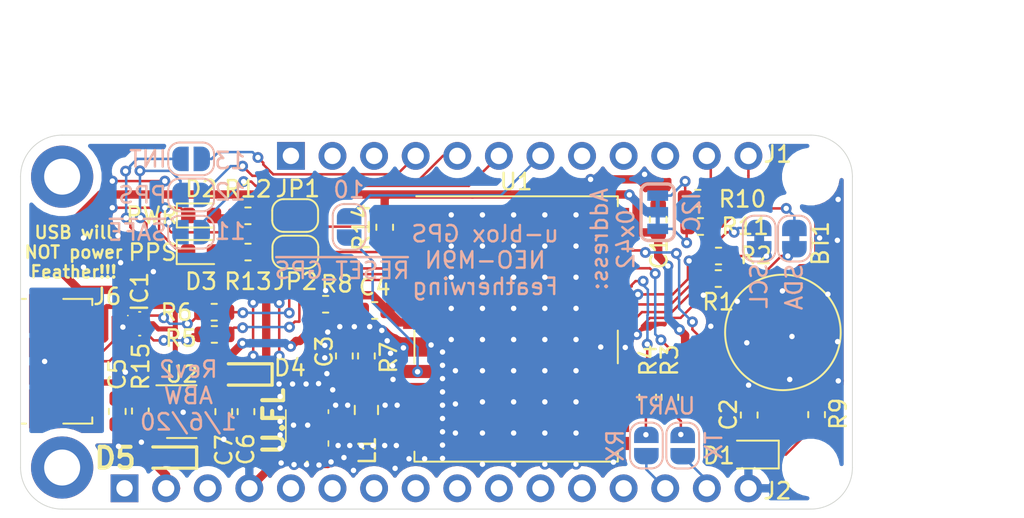
<source format=kicad_pcb>
(kicad_pcb (version 20171130) (host pcbnew "(5.1.4)-1")
  (layers (0 F.Cu signal) (31 B.Cu signal) (34 B.Paste user) (35 F.Paste user) (36 B.SilkS user) (37 F.SilkS user) (38 B.Mask user) (39 F.Mask user) (44 Edge.Cuts user))
  (net 0 "")
  (net 1 "Net-(U1-Pad17)")
  (net 2 "Net-(U1-Pad16)")
  (net 3 "Net-(U1-Pad15)")
  (net 4 "Net-(U1-Pad14)")
  (net 5 /SDA)
  (net 6 /5`)
  (net 7 /6)
  (net 8 /9`)
  (net 9 /10`)
  (net 10 /11`)
  (net 11 /12)
  (net 12 /13)
  (net 13 /USB)
  (net 14 /En)
  (net 15 /BAT)
  (net 16 GND)
  (net 17 /A5)
  (net 18 /A4)
  (net 19 /A3)
  (net 20 /A2)
  (net 21 /A1)
  (net 22 /A0)
  (net 23 /ARf)
  (net 24 +3V3)
  (net 25 /RST)
  (net 26 "Net-(R1-Pad2)")
  (net 27 "Net-(R2-Pad2)")
  (net 28 "Net-(R3-Pad2)")
  (net 29 "Net-(R4-Pad2)")
  (net 30 "Net-(R5-Pad1)")
  (net 31 "Net-(R6-Pad1)")
  (net 32 /D+)
  (net 33 /D-)
  (net 34 "Net-(R7-Pad1)")
  (net 35 /Backup)
  (net 36 "Net-(C3-Pad2)")
  (net 37 "Net-(D1-Pad1)")
  (net 38 /~RESET_GPS)
  (net 39 /INT)
  (net 40 /PPS)
  (net 41 /D_SEL)
  (net 42 /~SAFE)
  (net 43 "Net-(D2-Pad2)")
  (net 44 "Net-(D3-Pad2)")
  (net 45 "Net-(JP1-Pad2)")
  (net 46 "Net-(JP2-Pad2)")
  (net 47 /RF)
  (net 48 /Shield)
  (net 49 "Net-(J6-Pad4)")
  (net 50 "Net-(IC1-Pad3)")
  (net 51 "Net-(IC1-Pad1)")
  (net 52 /SCL)
  (net 53 /TX)
  (net 54 /RX)
  (net 55 "Net-(J2-Pad13)")
  (net 56 "Net-(J2-Pad12)")
  (net 57 "Net-(J2-Pad11)")
  (net 58 "Net-(JP6-Pad2)")
  (net 59 "Net-(JP7-Pad2)")
  (net 60 "Net-(JP8-Pad1)")
  (net 61 "Net-(JP9-Pad2)")
  (net 62 "Net-(JP3-Pad3)")
  (net 63 "Net-(JP3-Pad1)")
  (net 64 /VDD_USB)
  (net 65 "Net-(D5-Pad2)")
  (net 66 +5V)
  (net 67 "Net-(R15-Pad2)")
  (net 68 "Net-(U2-Pad4)")
  (module Jumper:SolderJumper-2_P1.3mm_Open_RoundedPad1.0x1.5mm (layer B.Cu) (at 148.7043 80.1116 90)
    (fp_text reference JP5)
    (fp_text value ~RESET_GPS (at -2.667 -0.4318 180) (layer B.SilkS) (effects (justify mirror)))
    (pad 2 smd custom (at 0.65 0 90) (size 1 0.5) (layers B.Cu B.Mask) (net 9 /10`) (options (clearance outline) (anchor rect)) (primitives (gr_circle (center 0 -0.25) (end 0.5 -0.25) (width 0)) (gr_circle (center 0 0.25) (end 0.5 0.25) (width 0)) (gr_poly (pts (xy 0 0.75) (xy -0.5 0.75) (xy -0.5 -0.75) (xy 0 -0.75)) (width 0))))
    (pad 1 smd custom (at -0.65 0 90) (size 1 0.5) (layers B.Cu B.Mask) (net 38 /~RESET_GPS) (options (clearance outline) (anchor rect)) (primitives (gr_circle (center 0 -0.25) (end 0.5 -0.25) (width 0)) (gr_circle (center 0 0.25) (end 0.5 0.25) (width 0)) (gr_poly (pts (xy 0 0.75) (xy 0.5 0.75) (xy 0.5 -0.75) (xy 0 -0.75)) (width 0))))
  )
  (module SamacSys_Parts:SOD2513X110N (layer F.Cu) (at 137.5918 94.2086 180)
    (fp_text reference D5 (at 3.175 -0.0381 180) (layer F.SilkS) (effects (font (size 1.27 1.27) (thickness 0.254))))
    (fp_text value BAT60AE6327HTSA1)
    (pad 2 smd rect (at 1.138 0 270) (size 0.5 1.05) (layers F.Cu F.Paste F.Mask) (net 65 "Net-(D5-Pad2)"))
    (pad 1 smd rect (at -1.138 0 270) (size 0.5 1.05) (layers F.Cu F.Paste F.Mask) (net 24 +3V3))
  )
  (module SamacSys_Parts:SOD2513X110N (layer F.Cu) (at 142.2019 89.1286 180)
    (fp_text reference D4 (at -2.8829 0.4064 180) (layer F.SilkS))
    (fp_text value BAT60AE6327HTSA1)
    (pad 2 smd rect (at 1.138 0 270) (size 0.5 1.05) (layers F.Cu F.Paste F.Mask) (net 64 /VDD_USB))
    (pad 1 smd rect (at -1.138 0 270) (size 0.5 1.05) (layers F.Cu F.Paste F.Mask) (net 24 +3V3))
  )
  (module Capacitor_SMD:C_0603_1608Metric (layer F.Cu) (at 141.0462 91.4019 90)
    (fp_text reference C7 (at -2.3622 0.0127 90) (layer F.SilkS))
    (fp_text value 1uF)
    (pad 2 smd roundrect (at 0.7875 0 90) (size 0.875 0.95) (layers F.Cu F.Paste F.Mask) (net 64 /VDD_USB))
    (pad 1 smd roundrect (at -0.7875 0 90) (size 0.875 0.95) (layers F.Cu F.Paste F.Mask) (net 16 GND))
  )
  (module Capacitor_SMD:C_0603_1608Metric (layer F.Cu) (at 142.4051 91.4019 90)
    (fp_text reference C6 (at -2.2987 -0.0127 90) (layer F.SilkS))
    (fp_text value 10uF)
    (pad 2 smd roundrect (at 0.7875 0 90) (size 0.875 0.95) (layers F.Cu F.Paste F.Mask) (net 64 /VDD_USB))
    (pad 1 smd roundrect (at -0.7875 0 90) (size 0.875 0.95) (layers F.Cu F.Paste F.Mask) (net 16 GND))
  )
  (module Capacitor_SMD:C_0603_1608Metric (layer F.Cu) (at 134.5438 91.3892 90)
    (fp_text reference C5 (at 2.2733 0 90) (layer F.SilkS))
    (fp_text value 10uF)
    (pad 2 smd roundrect (at 0.7875 0 90) (size 0.875 0.95) (layers F.Cu F.Paste F.Mask) (net 66 +5V))
    (pad 1 smd roundrect (at -0.7875 0 90) (size 0.875 0.95) (layers F.Cu F.Paste F.Mask) (net 16 GND))
  )
  (module Package_TO_SOT_SMD:SOT-23-5 (layer F.Cu) (at 138.4808 91.4019)
    (fp_text reference U2 (at 0 -2.286) (layer F.SilkS))
    (fp_text value AP2112K-3.3)
    (pad 5 smd rect (at 1.1 -0.95) (size 1.06 0.65) (layers F.Cu F.Paste F.Mask) (net 64 /VDD_USB))
    (pad 4 smd rect (at 1.1 0.95) (size 1.06 0.65) (layers F.Cu F.Paste F.Mask) (net 68 "Net-(U2-Pad4)"))
    (pad 3 smd rect (at -1.1 0.95) (size 1.06 0.65) (layers F.Cu F.Paste F.Mask) (net 67 "Net-(R15-Pad2)"))
    (pad 2 smd rect (at -1.1 0) (size 1.06 0.65) (layers F.Cu F.Paste F.Mask) (net 16 GND))
    (pad 1 smd rect (at -1.1 -0.95) (size 1.06 0.65) (layers F.Cu F.Paste F.Mask) (net 66 +5V))
  )
  (module Resistor_SMD:R_0603_1608Metric (layer F.Cu) (at 135.9535 91.3638 270)
    (fp_text reference R15 (at -2.7178 -0.0254 90) (layer F.SilkS))
    (fp_text value 100k)
    (pad 2 smd roundrect (at 0.7875 0 270) (size 0.875 0.95) (layers F.Cu F.Paste F.Mask) (net 67 "Net-(R15-Pad2)"))
    (pad 1 smd roundrect (at -0.7875 0 270) (size 0.875 0.95) (layers F.Cu F.Paste F.Mask) (net 66 +5V))
  )
  (module RF_GPS:ublox_NEO (layer F.Cu) (at 158.9024 86.3473)
    (fp_text reference U1 (at 0 -9) (layer F.SilkS))
    (fp_text value NEO-M9N)
    (pad 24 smd rect (at 6 -7) (size 1.8 0.8) (layers F.Cu F.Paste F.Mask) (net 16 GND))
    (pad 23 smd rect (at 6 -5.9) (size 1.8 0.8) (layers F.Cu F.Paste F.Mask) (net 24 +3V3))
    (pad 22 smd rect (at 6 -4.8) (size 1.8 0.8) (layers F.Cu F.Paste F.Mask) (net 35 /Backup))
    (pad 21 smd rect (at 6 -3.7) (size 1.8 0.8) (layers F.Cu F.Paste F.Mask) (net 28 "Net-(R3-Pad2)"))
    (pad 20 smd rect (at 6 -2.6) (size 1.8 0.8) (layers F.Cu F.Paste F.Mask) (net 29 "Net-(R4-Pad2)"))
    (pad 19 smd rect (at 6 -1.5) (size 1.8 0.8) (layers F.Cu F.Paste F.Mask) (net 27 "Net-(R2-Pad2)"))
    (pad 18 smd rect (at 6 -0.4) (size 1.8 0.8) (layers F.Cu F.Paste F.Mask) (net 26 "Net-(R1-Pad2)"))
    (pad 17 smd rect (at 6 2.6) (size 1.8 0.8) (layers F.Cu F.Paste F.Mask) (net 1 "Net-(U1-Pad17)"))
    (pad 16 smd rect (at 6 3.7) (size 1.8 0.8) (layers F.Cu F.Paste F.Mask) (net 2 "Net-(U1-Pad16)"))
    (pad 15 smd rect (at 6 4.8) (size 1.8 0.8) (layers F.Cu F.Paste F.Mask) (net 3 "Net-(U1-Pad15)"))
    (pad 14 smd rect (at 6 5.9) (size 1.8 0.8) (layers F.Cu F.Paste F.Mask) (net 4 "Net-(U1-Pad14)"))
    (pad 13 smd rect (at 6 7) (size 1.8 0.8) (layers F.Cu F.Paste F.Mask) (net 16 GND))
    (pad 12 smd rect (at -6 7) (size 1.8 0.8) (layers F.Cu F.Paste F.Mask) (net 16 GND))
    (pad 11 smd rect (at -6 5.9) (size 1.8 0.8) (layers F.Cu F.Paste F.Mask) (net 47 /RF))
    (pad 10 smd rect (at -6 4.8) (size 1.8 0.8) (layers F.Cu F.Paste F.Mask) (net 16 GND))
    (pad 9 smd rect (at -6 3.7) (size 1.8 0.8) (layers F.Cu F.Paste F.Mask) (net 34 "Net-(R7-Pad1)"))
    (pad 8 smd rect (at -6 2.6) (size 1.8 0.8) (layers F.Cu F.Paste F.Mask) (net 38 /~RESET_GPS))
    (pad 7 smd rect (at -6 -0.4) (size 1.8 0.8) (layers F.Cu F.Paste F.Mask) (net 64 /VDD_USB))
    (pad 6 smd rect (at -6 -1.5) (size 1.8 0.8) (layers F.Cu F.Paste F.Mask) (net 30 "Net-(R5-Pad1)"))
    (pad 5 smd rect (at -6 -2.6) (size 1.8 0.8) (layers F.Cu F.Paste F.Mask) (net 31 "Net-(R6-Pad1)"))
    (pad 4 smd rect (at -6 -3.7) (size 1.8 0.8) (layers F.Cu F.Paste F.Mask) (net 39 /INT))
    (pad 3 smd rect (at -6 -4.8) (size 1.8 0.8) (layers F.Cu F.Paste F.Mask) (net 40 /PPS))
    (pad 2 smd rect (at -6 -5.9) (size 1.8 0.8) (layers F.Cu F.Paste F.Mask) (net 41 /D_SEL))
    (pad 1 smd rect (at -6 -7) (size 1.8 0.8) (layers F.Cu F.Paste F.Mask) (net 42 /~SAFE))
  )
  (module Jumper:SMT-JUMPER_3_2-NC_TRACE_SILK (layer B.Cu) (at 167.54856 79.21244 270)
    (fp_text reference JP3)
    (fp_text value I2C (at 0 -1.48844 270) (layer B.SilkS) (effects (justify top mirror)))
    (fp_poly (pts (xy -0.7112 -0.127) (xy -0.3048 -0.127) (xy -0.3048 0.127) (xy -0.7112 0.127)) (layer B.Cu) (width 0))
    (fp_poly (pts (xy 0.3048 -0.127) (xy 0.7112 -0.127) (xy 0.7112 0.127) (xy 0.3048 0.127)) (layer B.Cu) (width 0))
    (pad 3 smd rect (at 1.016 0 270) (size 0.635 1.27) (layers B.Cu B.Mask) (net 62 "Net-(JP3-Pad3)"))
    (pad 2 smd rect (at 0 0 270) (size 0.635 1.27) (layers B.Cu B.Mask) (net 24 +3V3))
    (pad 1 smd rect (at -1.016 0 270) (size 0.635 1.27) (layers B.Cu B.Mask) (net 63 "Net-(JP3-Pad1)"))
  )
  (module SamacSys_Parts:74LVC1G27GM115 (layer F.Cu) (at 135.9154 86.0298 270)
    (fp_text reference IC1 (at -1.9558 0.00508 270) (layer F.SilkS))
    (fp_text value PRTR5V0U2F,115)
    (pad 6 smd rect (at -0.5 -0.337 270) (size 0.25 0.325) (layers F.Cu F.Paste F.Mask) (net 33 /D-))
    (pad 5 smd rect (at 0 -0.337 270) (size 0.25 0.325) (layers F.Cu F.Paste F.Mask) (net 66 +5V))
    (pad 4 smd rect (at 0.5 -0.337 270) (size 0.25 0.325) (layers F.Cu F.Paste F.Mask) (net 32 /D+))
    (pad 3 smd rect (at 0.5 0.337 270) (size 0.25 0.325) (layers F.Cu F.Paste F.Mask) (net 50 "Net-(IC1-Pad3)"))
    (pad 2 smd rect (at 0 0.337 270) (size 0.25 0.325) (layers F.Cu F.Paste F.Mask) (net 16 GND))
    (pad 1 smd rect (at -0.5 0.337 270) (size 0.25 0.325) (layers F.Cu F.Paste F.Mask) (net 51 "Net-(IC1-Pad1)"))
  )
  (module SamacSys_Parts:UFLRSMT10 (layer F.Cu) (at 146.1389 92.2528 90)
    (fp_text reference ANT1)
    (fp_text value U.FL (at 0.254 -2.0447 270) (layer F.SilkS) (effects (font (size 1.27 1.27) (thickness 0.254))))
    (pad 3 smd rect (at 0 1.525 90) (size 1 1.05) (layers F.Cu F.Paste F.Mask) (net 47 /RF))
    (pad 2 smd rect (at 1.475 0 90) (size 1.05 2.2) (layers F.Cu F.Paste F.Mask) (net 16 GND))
    (pad 1 smd rect (at -1.475 0 90) (size 1.05 2.2) (layers F.Cu F.Paste F.Mask) (net 16 GND))
  )
  (module Jumper:SolderJumper-2_P1.3mm_Open_RoundedPad1.0x1.5mm (layer B.Cu) (at 139.05484 80.43164)
    (fp_text reference JP12)
    (fp_text value ~SAFE (at -3.28168 0.00508) (layer B.SilkS) (effects (justify mirror)))
    (pad 2 smd custom (at 0.65 0) (size 1 0.5) (layers B.Cu B.Mask) (net 10 /11`) (options (clearance outline) (anchor rect)) (primitives (gr_circle (center 0 -0.25) (end 0.5 -0.25) (width 0)) (gr_circle (center 0 0.25) (end 0.5 0.25) (width 0)) (gr_poly (pts (xy 0 0.75) (xy -0.5 0.75) (xy -0.5 -0.75) (xy 0 -0.75)) (width 0))))
    (pad 1 smd custom (at -0.65 0) (size 1 0.5) (layers B.Cu B.Mask) (net 42 /~SAFE) (options (clearance outline) (anchor rect)) (primitives (gr_circle (center 0 -0.25) (end 0.5 -0.25) (width 0)) (gr_circle (center 0 0.25) (end 0.5 0.25) (width 0)) (gr_poly (pts (xy 0 0.75) (xy 0.5 0.75) (xy 0.5 -0.75) (xy 0 -0.75)) (width 0))))
  )
  (module Jumper:SolderJumper-2_P1.3mm_Open_RoundedPad1.0x1.5mm (layer B.Cu) (at 139.05484 78.1558)
    (fp_text reference JP11)
    (fp_text value PPS (at -2.972156 0.00508) (layer B.SilkS) (effects (justify mirror)))
    (pad 2 smd custom (at 0.65 0) (size 1 0.5) (layers B.Cu B.Mask) (net 11 /12) (options (clearance outline) (anchor rect)) (primitives (gr_circle (center 0 -0.25) (end 0.5 -0.25) (width 0)) (gr_circle (center 0 0.25) (end 0.5 0.25) (width 0)) (gr_poly (pts (xy 0 0.75) (xy -0.5 0.75) (xy -0.5 -0.75) (xy 0 -0.75)) (width 0))))
    (pad 1 smd custom (at -0.65 0) (size 1 0.5) (layers B.Cu B.Mask) (net 40 /PPS) (options (clearance outline) (anchor rect)) (primitives (gr_circle (center 0 -0.25) (end 0.5 -0.25) (width 0)) (gr_circle (center 0 0.25) (end 0.5 0.25) (width 0)) (gr_poly (pts (xy 0 0.75) (xy 0.5 0.75) (xy 0.5 -0.75) (xy 0 -0.75)) (width 0))))
  )
  (module Jumper:SolderJumper-2_P1.3mm_Open_RoundedPad1.0x1.5mm (layer B.Cu) (at 139.05484 75.95108)
    (fp_text reference JP10)
    (fp_text value INT (at -2.638822 0.01016) (layer B.SilkS) (effects (justify mirror)))
    (pad 2 smd custom (at 0.65 0) (size 1 0.5) (layers B.Cu B.Mask) (net 12 /13) (options (clearance outline) (anchor rect)) (primitives (gr_circle (center 0 -0.25) (end 0.5 -0.25) (width 0)) (gr_circle (center 0 0.25) (end 0.5 0.25) (width 0)) (gr_poly (pts (xy 0 0.75) (xy -0.5 0.75) (xy -0.5 -0.75) (xy 0 -0.75)) (width 0))))
    (pad 1 smd custom (at -0.65 0) (size 1 0.5) (layers B.Cu B.Mask) (net 39 /INT) (options (clearance outline) (anchor rect)) (primitives (gr_circle (center 0 -0.25) (end 0.5 -0.25) (width 0)) (gr_circle (center 0 0.25) (end 0.5 0.25) (width 0)) (gr_poly (pts (xy 0 0.75) (xy 0.5 0.75) (xy 0.5 -0.75) (xy 0 -0.75)) (width 0))))
  )
  (module Jumper:SolderJumper-2_P1.3mm_Open_RoundedPad1.0x1.5mm (layer B.Cu) (at 166.85514 93.472 90)
    (fp_text reference JP9)
    (fp_text value RX (at 0 -1.9 90) (layer B.SilkS) (effects (justify mirror)))
    (pad 2 smd custom (at 0.65 0 90) (size 1 0.5) (layers B.Cu B.Mask) (net 61 "Net-(JP9-Pad2)") (options (clearance outline) (anchor rect)) (primitives (gr_circle (center 0 -0.25) (end 0.5 -0.25) (width 0)) (gr_circle (center 0 0.25) (end 0.5 0.25) (width 0)) (gr_poly (pts (xy 0 0.75) (xy -0.5 0.75) (xy -0.5 -0.75) (xy 0 -0.75)) (width 0))))
    (pad 1 smd custom (at -0.65 0 90) (size 1 0.5) (layers B.Cu B.Mask) (net 54 /RX) (options (clearance outline) (anchor rect)) (primitives (gr_circle (center 0 -0.25) (end 0.5 -0.25) (width 0)) (gr_circle (center 0 0.25) (end 0.5 0.25) (width 0)) (gr_poly (pts (xy 0 0.75) (xy 0.5 0.75) (xy 0.5 -0.75) (xy 0 -0.75)) (width 0))))
  )
  (module Jumper:SolderJumper-2_P1.3mm_Open_RoundedPad1.0x1.5mm (layer B.Cu) (at 169.0751 93.47708 270)
    (fp_text reference JP8)
    (fp_text value TX (at 0 -1.9 90) (layer B.SilkS) (effects (justify mirror)))
    (pad 2 smd custom (at 0.65 0 270) (size 1 0.5) (layers B.Cu B.Mask) (net 53 /TX) (options (clearance outline) (anchor rect)) (primitives (gr_circle (center 0 -0.25) (end 0.5 -0.25) (width 0)) (gr_circle (center 0 0.25) (end 0.5 0.25) (width 0)) (gr_poly (pts (xy 0 0.75) (xy -0.5 0.75) (xy -0.5 -0.75) (xy 0 -0.75)) (width 0))))
    (pad 1 smd custom (at -0.65 0 270) (size 1 0.5) (layers B.Cu B.Mask) (net 60 "Net-(JP8-Pad1)") (options (clearance outline) (anchor rect)) (primitives (gr_circle (center 0 -0.25) (end 0.5 -0.25) (width 0)) (gr_circle (center 0 0.25) (end 0.5 0.25) (width 0)) (gr_poly (pts (xy 0 0.75) (xy 0.5 0.75) (xy 0.5 -0.75) (xy 0 -0.75)) (width 0))))
  )
  (module Jumper:SolderJumper-2_P1.3mm_Bridged_RoundedPad1.0x1.5mm (layer B.Cu) (at 173.74616 80.8228 270)
    (fp_text reference JP7)
    (fp_text value SCL (at 2.8956 0.01016 90) (layer B.SilkS) (effects (justify mirror)))
    (fp_poly (pts (xy 0.25 0.3) (xy -0.25 0.3) (xy -0.25 -0.3) (xy 0.25 -0.3)) (layer B.Cu) (width 0))
    (pad 1 smd custom (at -0.65 0 270) (size 1 0.5) (layers B.Cu B.Mask) (net 52 /SCL) (options (clearance outline) (anchor rect)) (primitives (gr_circle (center 0 -0.25) (end 0.5 -0.25) (width 0)) (gr_circle (center 0 0.25) (end 0.5 0.25) (width 0)) (gr_poly (pts (xy 0 0.75) (xy 0.5 0.75) (xy 0.5 -0.75) (xy 0 -0.75)) (width 0))))
    (pad 2 smd custom (at 0.65 0 270) (size 1 0.5) (layers B.Cu B.Mask) (net 59 "Net-(JP7-Pad2)") (options (clearance outline) (anchor rect)) (primitives (gr_circle (center 0 -0.25) (end 0.5 -0.25) (width 0)) (gr_circle (center 0 0.25) (end 0.5 0.25) (width 0)) (gr_poly (pts (xy 0 0.75) (xy -0.5 0.75) (xy -0.5 -0.75) (xy 0 -0.75)) (width 0))))
  )
  (module Jumper:SolderJumper-2_P1.3mm_Bridged_RoundedPad1.0x1.5mm (layer B.Cu) (at 175.895 80.8228 270)
    (fp_text reference JP6)
    (fp_text value SDA (at 2.9591 0.0127 90) (layer B.SilkS) (effects (justify mirror)))
    (fp_poly (pts (xy 0.25 0.3) (xy -0.25 0.3) (xy -0.25 -0.3) (xy 0.25 -0.3)) (layer B.Cu) (width 0))
    (pad 1 smd custom (at -0.65 0 270) (size 1 0.5) (layers B.Cu B.Mask) (net 5 /SDA) (options (clearance outline) (anchor rect)) (primitives (gr_circle (center 0 -0.25) (end 0.5 -0.25) (width 0)) (gr_circle (center 0 0.25) (end 0.5 0.25) (width 0)) (gr_poly (pts (xy 0 0.75) (xy 0.5 0.75) (xy 0.5 -0.75) (xy 0 -0.75)) (width 0))))
    (pad 2 smd custom (at 0.65 0 270) (size 1 0.5) (layers B.Cu B.Mask) (net 58 "Net-(JP6-Pad2)") (options (clearance outline) (anchor rect)) (primitives (gr_circle (center 0 -0.25) (end 0.5 -0.25) (width 0)) (gr_circle (center 0 0.25) (end 0.5 0.25) (width 0)) (gr_poly (pts (xy 0 0.75) (xy -0.5 0.75) (xy -0.5 -0.75) (xy 0 -0.75)) (width 0))))
  )
  (module Connector_USB:USB_Micro-B_Molex_47346-0001 (layer F.Cu) (at 131.30784 88.32088 270)
    (fp_text reference J6 (at -3.95478 -2.62636) (layer F.SilkS))
    (fp_text value USB_B_Micro)
    (pad 6 smd rect (at 0.84 1.2 270) (size 1.175 1.9) (layers F.Cu F.Paste F.Mask) (net 48 /Shield))
    (pad 6 smd rect (at -0.84 1.2 270) (size 1.175 1.9) (layers F.Cu F.Paste F.Mask) (net 48 /Shield))
    (pad 6 smd rect (at 2.91 1.2 270) (size 2.375 1.9) (layers F.Cu F.Paste F.Mask) (net 48 /Shield))
    (pad 6 smd rect (at -2.91 1.2 270) (size 2.375 1.9) (layers F.Cu F.Paste F.Mask) (net 48 /Shield))
    (pad 6 smd rect (at 2.4625 -1.1 270) (size 1.475 2.1) (layers F.Cu F.Paste F.Mask) (net 48 /Shield))
    (pad 6 smd rect (at -2.4625 -1.1 270) (size 1.475 2.1) (layers F.Cu F.Paste F.Mask) (net 48 /Shield))
    (pad 5 smd rect (at 1.3 -1.46 270) (size 0.45 1.38) (layers F.Cu F.Paste F.Mask) (net 16 GND))
    (pad 4 smd rect (at 0.65 -1.46 270) (size 0.45 1.38) (layers F.Cu F.Paste F.Mask) (net 49 "Net-(J6-Pad4)"))
    (pad 3 smd rect (at 0 -1.46 270) (size 0.45 1.38) (layers F.Cu F.Paste F.Mask) (net 50 "Net-(IC1-Pad3)"))
    (pad 2 smd rect (at -0.65 -1.46 270) (size 0.45 1.38) (layers F.Cu F.Paste F.Mask) (net 51 "Net-(IC1-Pad1)"))
    (pad 1 smd rect (at -1.3 -1.46 270) (size 0.45 1.38) (layers F.Cu F.Paste F.Mask) (net 66 +5V))
  )
  (module Resistor_SMD:R_0603_1608Metric (layer F.Cu) (at 150.876 80.13192 90)
    (fp_text reference R14 (at 0 -1.43 90) (layer F.SilkS))
    (fp_text value 10k)
    (pad 2 smd roundrect (at 0.7875 0 90) (size 0.875 0.95) (layers F.Cu F.Paste F.Mask) (net 24 +3V3))
    (pad 1 smd roundrect (at -0.7875 0 90) (size 0.875 0.95) (layers F.Cu F.Paste F.Mask) (net 41 /D_SEL))
  )
  (module Resistor_SMD:R_0603_1608Metric (layer F.Cu) (at 142.52972 81.64576)
    (fp_text reference R13 (at -0.00016 1.8) (layer F.SilkS))
    (fp_text value 1k)
    (pad 2 smd roundrect (at 0.7875 0) (size 0.875 0.95) (layers F.Cu F.Paste F.Mask) (net 46 "Net-(JP2-Pad2)"))
    (pad 1 smd roundrect (at -0.7875 0) (size 0.875 0.95) (layers F.Cu F.Paste F.Mask) (net 44 "Net-(D3-Pad2)"))
  )
  (module Resistor_SMD:R_0603_1608Metric (layer F.Cu) (at 142.52448 79.43088)
    (fp_text reference R12 (at -0.00056 -1.6383) (layer F.SilkS))
    (fp_text value 1k)
    (pad 2 smd roundrect (at 0.7875 0) (size 0.875 0.95) (layers F.Cu F.Paste F.Mask) (net 45 "Net-(JP1-Pad2)"))
    (pad 1 smd roundrect (at -0.7875 0) (size 0.875 0.95) (layers F.Cu F.Paste F.Mask) (net 43 "Net-(D2-Pad2)"))
  )
  (module Resistor_SMD:R_0603_1608Metric (layer F.Cu) (at 170.15968 80.0862 180)
    (fp_text reference R11 (at -2.72796 0.00508) (layer F.SilkS))
    (fp_text value 2.2k)
    (pad 2 smd roundrect (at 0.7875 0 180) (size 0.875 0.95) (layers F.Cu F.Paste F.Mask) (net 62 "Net-(JP3-Pad3)"))
    (pad 1 smd roundrect (at -0.7875 0 180) (size 0.875 0.95) (layers F.Cu F.Paste F.Mask) (net 5 /SDA))
  )
  (module Resistor_SMD:R_0603_1608Metric (layer F.Cu) (at 170.0022 78.35392 180)
    (fp_text reference R10 (at -2.7178 -0.05588) (layer F.SilkS))
    (fp_text value 2.2k)
    (pad 2 smd roundrect (at 0.7875 0 180) (size 0.875 0.95) (layers F.Cu F.Paste F.Mask) (net 63 "Net-(JP3-Pad1)"))
    (pad 1 smd roundrect (at -0.7875 0 180) (size 0.875 0.95) (layers F.Cu F.Paste F.Mask) (net 52 /SCL))
  )
  (module Resistor_SMD:R_0603_1608Metric (layer F.Cu) (at 177.25136 91.58478 270)
    (fp_text reference R9 (at -0.0508 -1.3208 90) (layer F.SilkS))
    (fp_text value 1k)
    (pad 2 smd roundrect (at 0.7875 0 270) (size 0.875 0.95) (layers F.Cu F.Paste F.Mask) (net 37 "Net-(D1-Pad1)"))
    (pad 1 smd roundrect (at -0.7875 0 270) (size 0.875 0.95) (layers F.Cu F.Paste F.Mask) (net 35 /Backup))
  )
  (module Resistor_SMD:R_0603_1608Metric (layer F.Cu) (at 147.2692 84.836)
    (fp_text reference R8 (at 0.6858 -1.2319) (layer F.SilkS))
    (fp_text value 100k)
    (pad 2 smd roundrect (at 0.7875 0) (size 0.875 0.95) (layers F.Cu F.Paste F.Mask) (net 64 /VDD_USB))
    (pad 1 smd roundrect (at -0.7875 0) (size 0.875 0.95) (layers F.Cu F.Paste F.Mask) (net 16 GND))
  )
  (module Resistor_SMD:R_0603_1608Metric (layer F.Cu) (at 149.7584 87.9983 270)
    (fp_text reference R7 (at 0.1016 -1.3589 90) (layer F.SilkS))
    (fp_text value 10)
    (pad 2 smd roundrect (at 0.7875 0 270) (size 0.875 0.95) (layers F.Cu F.Paste F.Mask) (net 36 "Net-(C3-Pad2)"))
    (pad 1 smd roundrect (at -0.7875 0 270) (size 0.875 0.95) (layers F.Cu F.Paste F.Mask) (net 34 "Net-(R7-Pad1)"))
  )
  (module Resistor_SMD:R_0603_1608Metric (layer F.Cu) (at 140.46454 85.32368 180)
    (fp_text reference R6 (at 2.30124 -0.00762) (layer F.SilkS))
    (fp_text value 27)
    (pad 2 smd roundrect (at 0.7875 0 180) (size 0.875 0.95) (layers F.Cu F.Paste F.Mask) (net 33 /D-))
    (pad 1 smd roundrect (at -0.7875 0 180) (size 0.875 0.95) (layers F.Cu F.Paste F.Mask) (net 31 "Net-(R6-Pad1)"))
  )
  (module Resistor_SMD:R_0603_1608Metric (layer F.Cu) (at 140.4747 86.68004 180)
    (fp_text reference R5 (at 2.0447 -0.23876) (layer F.SilkS))
    (fp_text value 27)
    (pad 2 smd roundrect (at 0.7875 0 180) (size 0.875 0.95) (layers F.Cu F.Paste F.Mask) (net 32 /D+))
    (pad 1 smd roundrect (at -0.7875 0 180) (size 0.875 0.95) (layers F.Cu F.Paste F.Mask) (net 30 "Net-(R5-Pad1)"))
  )
  (module Resistor_SMD:R_0603_1608Metric (layer F.Cu) (at 166.93642 90.5256 90)
    (fp_text reference R4 (at 2.2606 0.03048 90) (layer F.SilkS))
    (fp_text value 33)
    (pad 2 smd roundrect (at 0.7875 0 90) (size 0.875 0.95) (layers F.Cu F.Paste F.Mask) (net 29 "Net-(R4-Pad2)"))
    (pad 1 smd roundrect (at -0.7875 0 90) (size 0.875 0.95) (layers F.Cu F.Paste F.Mask) (net 61 "Net-(JP9-Pad2)"))
  )
  (module Resistor_SMD:R_0603_1608Metric (layer F.Cu) (at 168.29278 90.5256 90)
    (fp_text reference R3 (at 2.2606 -0.01778 90) (layer F.SilkS))
    (fp_text value 33)
    (pad 2 smd roundrect (at 0.7875 0 90) (size 0.875 0.95) (layers F.Cu F.Paste F.Mask) (net 28 "Net-(R3-Pad2)"))
    (pad 1 smd roundrect (at -0.7875 0 90) (size 0.875 0.95) (layers F.Cu F.Paste F.Mask) (net 60 "Net-(JP8-Pad1)"))
  )
  (module Resistor_SMD:R_0603_1608Metric (layer F.Cu) (at 171.26204 81.8896 180)
    (fp_text reference R2 (at -2.27584 0.0254) (layer F.SilkS))
    (fp_text value 33)
    (pad 2 smd roundrect (at 0.7875 0 180) (size 0.875 0.95) (layers F.Cu F.Paste F.Mask) (net 27 "Net-(R2-Pad2)"))
    (pad 1 smd roundrect (at -0.7875 0 180) (size 0.875 0.95) (layers F.Cu F.Paste F.Mask) (net 59 "Net-(JP7-Pad2)"))
  )
  (module Resistor_SMD:R_0603_1608Metric (layer F.Cu) (at 171.2468 83.26628 180)
    (fp_text reference R1 (at 0 -1.43) (layer F.SilkS))
    (fp_text value 33)
    (pad 2 smd roundrect (at 0.7875 0 180) (size 0.875 0.95) (layers F.Cu F.Paste F.Mask) (net 26 "Net-(R1-Pad2)"))
    (pad 1 smd roundrect (at -0.7875 0 180) (size 0.875 0.95) (layers F.Cu F.Paste F.Mask) (net 58 "Net-(JP6-Pad2)"))
  )
  (module Capacitor_SMD:C_0603_1608Metric (layer F.Cu) (at 150.2664 85.217)
    (fp_text reference C4 (at 0 -1.43) (layer F.SilkS))
    (fp_text value 1uF)
    (pad 2 smd roundrect (at 0.7875 0) (size 0.875 0.95) (layers F.Cu F.Paste F.Mask) (net 64 /VDD_USB))
    (pad 1 smd roundrect (at -0.7875 0) (size 0.875 0.95) (layers F.Cu F.Paste F.Mask) (net 16 GND))
  )
  (module Capacitor_SMD:C_0603_1608Metric (layer F.Cu) (at 148.4122 87.9983 270)
    (fp_text reference C3 (at -0.2667 1.2319 90) (layer F.SilkS))
    (fp_text value 47pF)
    (pad 2 smd roundrect (at 0.7875 0 270) (size 0.875 0.95) (layers F.Cu F.Paste F.Mask) (net 36 "Net-(C3-Pad2)"))
    (pad 1 smd roundrect (at -0.7875 0 270) (size 0.875 0.95) (layers F.Cu F.Paste F.Mask) (net 16 GND))
  )
  (module Capacitor_SMD:C_0603_1608Metric (layer F.Cu) (at 173.13656 91.61018 270)
    (fp_text reference C2 (at -0.0254 1.27 90) (layer F.SilkS))
    (fp_text value 1uF)
    (pad 2 smd roundrect (at 0.7875 0 270) (size 0.875 0.95) (layers F.Cu F.Paste F.Mask) (net 35 /Backup))
    (pad 1 smd roundrect (at -0.7875 0 270) (size 0.875 0.95) (layers F.Cu F.Paste F.Mask) (net 16 GND))
  )
  (module Capacitor_SMD:C_0603_1608Metric (layer F.Cu) (at 167.57904 79.6544 270)
    (fp_text reference C1 (at 2.07772 -0.05588 90) (layer F.SilkS))
    (fp_text value 1uF)
    (pad 2 smd roundrect (at 0.7875 0 270) (size 0.875 0.95) (layers F.Cu F.Paste F.Mask) (net 24 +3V3))
    (pad 1 smd roundrect (at -0.7875 0 270) (size 0.875 0.95) (layers F.Cu F.Paste F.Mask) (net 16 GND))
  )
  (module Jumper:SolderJumper-2_P1.3mm_Bridged_RoundedPad1.0x1.5mm (layer F.Cu) (at 145.42008 81.64576 180)
    (fp_text reference JP2 (at 0 -1.8) (layer F.SilkS))
    (fp_text value PPS1)
    (fp_poly (pts (xy 0.25 -0.3) (xy -0.25 -0.3) (xy -0.25 0.3) (xy 0.25 0.3)) (layer F.Cu) (width 0))
    (pad 1 smd custom (at -0.65 0 180) (size 1 0.5) (layers F.Cu F.Mask) (net 40 /PPS) (options (clearance outline) (anchor rect)) (primitives (gr_circle (center 0 0.25) (end 0.5 0.25) (width 0)) (gr_circle (center 0 -0.25) (end 0.5 -0.25) (width 0)) (gr_poly (pts (xy 0 -0.75) (xy 0.5 -0.75) (xy 0.5 0.75) (xy 0 0.75)) (width 0))))
    (pad 2 smd custom (at 0.65 0 180) (size 1 0.5) (layers F.Cu F.Mask) (net 46 "Net-(JP2-Pad2)") (options (clearance outline) (anchor rect)) (primitives (gr_circle (center 0 0.25) (end 0.5 0.25) (width 0)) (gr_circle (center 0 -0.25) (end 0.5 -0.25) (width 0)) (gr_poly (pts (xy 0 -0.75) (xy -0.5 -0.75) (xy -0.5 0.75) (xy 0 0.75)) (width 0))))
  )
  (module Jumper:SolderJumper-2_P1.3mm_Bridged_RoundedPad1.0x1.5mm (layer F.Cu) (at 145.40738 79.4131 180)
    (fp_text reference JP1 (at -0.1651 1.6383) (layer F.SilkS))
    (fp_text value PWR1)
    (fp_poly (pts (xy 0.25 -0.3) (xy -0.25 -0.3) (xy -0.25 0.3) (xy 0.25 0.3)) (layer F.Cu) (width 0))
    (pad 1 smd custom (at -0.65 0 180) (size 1 0.5) (layers F.Cu F.Mask) (net 24 +3V3) (options (clearance outline) (anchor rect)) (primitives (gr_circle (center 0 0.25) (end 0.5 0.25) (width 0)) (gr_circle (center 0 -0.25) (end 0.5 -0.25) (width 0)) (gr_poly (pts (xy 0 -0.75) (xy 0.5 -0.75) (xy 0.5 0.75) (xy 0 0.75)) (width 0))))
    (pad 2 smd custom (at 0.65 0 180) (size 1 0.5) (layers F.Cu F.Mask) (net 45 "Net-(JP1-Pad2)") (options (clearance outline) (anchor rect)) (primitives (gr_circle (center 0 0.25) (end 0.5 0.25) (width 0)) (gr_circle (center 0 -0.25) (end 0.5 -0.25) (width 0)) (gr_poly (pts (xy 0 -0.75) (xy -0.5 -0.75) (xy -0.5 0.75) (xy 0 0.75)) (width 0))))
  )
  (module LED_SMD:LED_0603_1608Metric (layer F.Cu) (at 139.65936 81.64576)
    (fp_text reference D3 (at 0 1.8) (layer F.SilkS))
    (fp_text value BLUE)
    (pad 2 smd roundrect (at 0.7875 0) (size 0.875 0.95) (layers F.Cu F.Paste F.Mask) (net 44 "Net-(D3-Pad2)"))
    (pad 1 smd roundrect (at -0.7875 0) (size 0.875 0.95) (layers F.Cu F.Paste F.Mask) (net 16 GND))
  )
  (module LED_SMD:LED_0603_1608Metric (layer F.Cu) (at 139.66698 79.4131)
    (fp_text reference D2 (at 0.00254 -1.6383) (layer F.SilkS))
    (fp_text value RED)
    (pad 2 smd roundrect (at 0.7875 0) (size 0.875 0.95) (layers F.Cu F.Paste F.Mask) (net 43 "Net-(D2-Pad2)"))
    (pad 1 smd roundrect (at -0.7875 0) (size 0.875 0.95) (layers F.Cu F.Paste F.Mask) (net 16 GND))
  )
  (module Diode_SMD:D_SOD-323F (layer F.Cu) (at 173.44136 94.02318 180)
    (fp_text reference D1 (at 2.159 -0.0762) (layer F.SilkS))
    (fp_text value D_Schottky)
    (pad 2 smd rect (at 1.1 0 180) (size 0.5 0.5) (layers F.Cu F.Paste F.Mask) (net 24 +3V3))
    (pad 1 smd rect (at -1.1 0 180) (size 0.5 0.5) (layers F.Cu F.Paste F.Mask) (net 37 "Net-(D1-Pad1)"))
  )
  (module Battery:BatteryHolder_Seiko_MS621F (layer F.Cu) (at 175.19396 91.55938 270)
    (fp_text reference BT1 (at -10.4394 -2.286 90) (layer F.SilkS))
    (fp_text value Battery_Cell)
    (pad 2 smd rect (at 0 0.75 270) (size 2 0.8) (layers F.Cu F.Paste F.Mask) (net 16 GND))
    (pad 1 smd rect (at 0 -0.75 270) (size 2 0.8) (layers F.Cu F.Paste F.Mask) (net 35 /Backup))
  )
  (module Inductor_SMD:L_0805_2012Metric (layer F.Cu) (at 149.7584 91.3003 90)
    (fp_text reference L1 (at -2.4765 0.0635 90) (layer F.SilkS))
    (fp_text value 27nH)
    (pad 2 smd roundrect (at 0.9375 0 90) (size 0.975 1.4) (layers F.Cu F.Paste F.Mask) (net 36 "Net-(C3-Pad2)"))
    (pad 1 smd roundrect (at -0.9375 0 90) (size 0.975 1.4) (layers F.Cu F.Paste F.Mask) (net 47 /RF))
  )
  (module MountingHole:MountingHole_2.5mm (layer F.Cu) (at 176.8983 77.0382)
    (fp_text reference ~ (at -0.0254 0) (layer F.SilkS))
    (fp_text value MountingHole_2.5mm)
    (pad 1 np_thru_hole circle (at 0 0) (size 2.5 2.5) (drill 2.5) (layers *.Cu *.Mask))
  )
  (module MountingHole:MountingHole_2.5mm (layer F.Cu) (at 176.8983 94.8182)
    (fp_text reference ~ (at 0.3556 0.0254) (layer F.SilkS))
    (fp_text value MountingHole_2.5mm)
    (pad 1 np_thru_hole circle (at 0 0) (size 2.5 2.5) (drill 2.5) (layers *.Cu *.Mask))
  )
  (module MountingHole:MountingHole_2.2mm_M2_DIN965_Pad (layer F.Cu) (at 131.1783 94.8182)
    (fp_text reference REF**)
    (fp_text value MountingHole_2.2mm_M2_DIN965_Pad)
    (pad 1 thru_hole circle (at 0 0) (size 3.8 3.8) (drill 2.2) (layers *.Cu *.Mask))
  )
  (module MountingHole:MountingHole_2.2mm_M2_DIN965_Pad (layer F.Cu) (at 131.1783 77.0382)
    (fp_text reference REF**)
    (fp_text value MountingHole_2.2mm_M2_DIN965_Pad)
    (pad 1 thru_hole circle (at 0 0) (size 3.8 3.8) (drill 2.2) (layers *.Cu *.Mask))
  )
  (module Connector_PinHeader_2.54mm:PinHeader_1x12_P2.54mm_Vertical (layer F.Cu) (at 145.1483 75.7682 90)
    (fp_text reference J1 (at 0.1016 29.7307 180) (layer F.SilkS))
    (fp_text value ~)
    (pad 12 thru_hole oval (at 0 27.94 90) (size 1.7 1.7) (drill 1) (layers *.Cu *.Mask) (net 5 /SDA))
    (pad 11 thru_hole oval (at 0 25.4 90) (size 1.7 1.7) (drill 1) (layers *.Cu *.Mask) (net 52 /SCL))
    (pad 10 thru_hole oval (at 0 22.86 90) (size 1.7 1.7) (drill 1) (layers *.Cu *.Mask) (net 6 /5`))
    (pad 9 thru_hole oval (at 0 20.32 90) (size 1.7 1.7) (drill 1) (layers *.Cu *.Mask) (net 7 /6))
    (pad 8 thru_hole oval (at 0 17.78 90) (size 1.7 1.7) (drill 1) (layers *.Cu *.Mask) (net 8 /9`))
    (pad 7 thru_hole oval (at 0 15.24 90) (size 1.7 1.7) (drill 1) (layers *.Cu *.Mask) (net 9 /10`))
    (pad 6 thru_hole oval (at 0 12.7 90) (size 1.7 1.7) (drill 1) (layers *.Cu *.Mask) (net 10 /11`))
    (pad 5 thru_hole oval (at 0 10.16 90) (size 1.7 1.7) (drill 1) (layers *.Cu *.Mask) (net 11 /12))
    (pad 4 thru_hole oval (at 0 7.62 90) (size 1.7 1.7) (drill 1) (layers *.Cu *.Mask) (net 12 /13))
    (pad 3 thru_hole oval (at 0 5.08 90) (size 1.7 1.7) (drill 1) (layers *.Cu *.Mask) (net 13 /USB))
    (pad 2 thru_hole oval (at 0 2.54 90) (size 1.7 1.7) (drill 1) (layers *.Cu *.Mask) (net 14 /En))
    (pad 1 thru_hole rect (at 0 0 90) (size 1.7 1.7) (drill 1) (layers *.Cu *.Mask) (net 15 /BAT))
  )
  (module Connector_PinHeader_2.54mm:PinHeader_1x16_P2.54mm_Vertical (layer F.Cu) (at 134.9883 96.0882 90)
    (fp_text reference J2 (at -0.15748 39.87038 180) (layer F.SilkS))
    (fp_text value ~)
    (pad 16 thru_hole oval (at 0 38.1 90) (size 1.7 1.7) (drill 1) (layers *.Cu *.Mask) (net 16 GND))
    (pad 15 thru_hole oval (at 0 35.56 90) (size 1.7 1.7) (drill 1) (layers *.Cu *.Mask) (net 53 /TX))
    (pad 14 thru_hole oval (at 0 33.02 90) (size 1.7 1.7) (drill 1) (layers *.Cu *.Mask) (net 54 /RX))
    (pad 13 thru_hole oval (at 0 30.48 90) (size 1.7 1.7) (drill 1) (layers *.Cu *.Mask) (net 55 "Net-(J2-Pad13)"))
    (pad 12 thru_hole oval (at 0 27.94 90) (size 1.7 1.7) (drill 1) (layers *.Cu *.Mask) (net 56 "Net-(J2-Pad12)"))
    (pad 11 thru_hole oval (at 0 25.4 90) (size 1.7 1.7) (drill 1) (layers *.Cu *.Mask) (net 57 "Net-(J2-Pad11)"))
    (pad 10 thru_hole oval (at 0 22.86 90) (size 1.7 1.7) (drill 1) (layers *.Cu *.Mask) (net 17 /A5))
    (pad 9 thru_hole oval (at 0 20.32 90) (size 1.7 1.7) (drill 1) (layers *.Cu *.Mask) (net 18 /A4))
    (pad 8 thru_hole oval (at 0 17.78 90) (size 1.7 1.7) (drill 1) (layers *.Cu *.Mask) (net 19 /A3))
    (pad 7 thru_hole oval (at 0 15.24 90) (size 1.7 1.7) (drill 1) (layers *.Cu *.Mask) (net 20 /A2))
    (pad 6 thru_hole oval (at 0 12.7 90) (size 1.7 1.7) (drill 1) (layers *.Cu *.Mask) (net 21 /A1))
    (pad 5 thru_hole oval (at 0 10.16 90) (size 1.7 1.7) (drill 1) (layers *.Cu *.Mask) (net 22 /A0))
    (pad 4 thru_hole oval (at 0 7.62 90) (size 1.7 1.7) (drill 1) (layers *.Cu *.Mask) (net 16 GND))
    (pad 3 thru_hole oval (at 0 5.08 90) (size 1.7 1.7) (drill 1) (layers *.Cu *.Mask) (net 23 /ARf))
    (pad 2 thru_hole oval (at 0 2.54 90) (size 1.7 1.7) (drill 1) (layers *.Cu *.Mask) (net 65 "Net-(D5-Pad2)"))
    (pad 1 thru_hole rect (at 0 0 90) (size 1.7 1.7) (drill 1) (layers *.Cu *.Mask) (net 25 /RST))
  )
  (gr_text 10 (at 148.6916 77.8383) (layer B.SilkS) (effects (font (size 1 1)) (justify mirror)))
  (gr_text "Rev2\nABW\n1/6/20" (at 138.8872 90.424) (layer B.SilkS) (effects (font (size 1 1)) (justify mirror)))
  (gr_text "u-blox GPS\nNEO-M9N\nFeatherwing" (at 157.0101 82.1436) (layer B.SilkS) (effects (font (size 1 1)) (justify mirror)))
  (gr_text "Address:\n0x42" (at 164.7952 80.8609 90) (layer B.SilkS) (effects (font (size 1 1)) (justify mirror)))
  (gr_text UART (at 168.021 91.059) (layer B.SilkS) (effects (font (size 1 1)) (justify mirror)))
  (gr_text PPS (at 136.69772 81.66608) (layer F.SilkS) (effects (font (size 1 1))))
  (gr_text PWR (at 136.64692 79.41564) (layer F.SilkS) (effects (font (size 1 1))))
  (gr_text 11 (at 141.43736 80.38084) (layer B.SilkS) (effects (font (size 1 1)) (justify mirror)))
  (gr_text 12 (at 141.43736 77.978) (layer B.SilkS) (effects (font (size 1 1)) (justify mirror)))
  (gr_text 13 (at 141.43736 76.06284) (layer B.SilkS) (effects (font (size 1 1)) (justify mirror)))
  (gr_text "USB will\nNOT power\nFeather!!!" (at 131.8768 81.65592) (layer F.SilkS) (effects (font (size 0.75 0.75))))
  (gr_line (start 179.4383 94.8182) (end 179.4383 77.0382) (layer Edge.Cuts) (width 0.05))
  (gr_arc (start 176.8983 94.8182) (end 176.8983 97.3582) (angle -90) (layer Edge.Cuts) (width 0.05))
  (gr_arc (start 131.1783 94.8182) (end 128.6383 94.8182) (angle -90) (layer Edge.Cuts) (width 0.05))
  (gr_arc (start 131.1783 77.0382) (end 131.1783 74.4982) (angle -90) (layer Edge.Cuts) (width 0.05))
  (gr_line (start 128.6383 77.0382) (end 128.6383 94.8182) (layer Edge.Cuts) (width 0.05))
  (gr_line (start 176.8983 97.3582) (end 131.1783 97.3582) (layer Edge.Cuts) (width 0.05))
  (gr_line (start 131.1783 74.4982) (end 176.8983 74.4982) (layer Edge.Cuts) (width 0.05))
  (gr_arc (start 176.8983 77.0382) (end 179.4383 77.0382) (angle -90) (layer Edge.Cuts) (width 0.05))
  (via (at 152.8826 88.9635) (size 0.6604) (drill 0.3302) (layers F.Cu B.Cu) (net 38))
  (segment (start 173.0883 76.970281) (end 173.0883 75.7682) (width 0.1524) (layer F.Cu) (net 5))
  (segment (start 173.0883 78.48258) (end 173.0883 76.970281) (width 0.1524) (layer F.Cu) (net 5))
  (segment (start 171.48468 80.0862) (end 171.96264 79.60824) (width 0.1524) (layer F.Cu) (net 5))
  (segment (start 170.94718 80.0862) (end 171.48468 80.0862) (width 0.1524) (layer F.Cu) (net 5))
  (segment (start 171.96264 79.60824) (end 173.0883 78.48258) (width 0.1524) (layer F.Cu) (net 5))
  (via (at 175.39716 78.97876) (size 0.6604) (drill 0.3302) (layers F.Cu B.Cu) (net 5))
  (segment (start 175.895 79.4766) (end 175.39716 78.97876) (width 0.1524) (layer B.Cu) (net 5))
  (segment (start 175.895 80.1728) (end 175.895 79.4766) (width 0.1524) (layer B.Cu) (net 5))
  (segment (start 173.58448 78.97876) (end 173.0883 78.48258) (width 0.1524) (layer F.Cu) (net 5))
  (segment (start 175.39716 78.97876) (end 173.58448 78.97876) (width 0.1524) (layer F.Cu) (net 5))
  (segment (start 148.7043 79.4616) (end 149.9847 78.1812) (width 0.1524) (layer B.Cu) (net 9))
  (segment (start 157.9753 78.1812) (end 160.3883 75.7682) (width 0.1524) (layer B.Cu) (net 9))
  (segment (start 149.9847 78.1812) (end 157.9753 78.1812) (width 0.1524) (layer B.Cu) (net 9))
  (via (at 142.26032 77.33792) (size 0.6604) (drill 0.3302) (layers F.Cu B.Cu) (net 10))
  (segment (start 156.017279 77.599221) (end 157.8483 75.7682) (width 0.1524) (layer F.Cu) (net 10))
  (segment (start 142.988594 77.599221) (end 156.017279 77.599221) (width 0.1524) (layer F.Cu) (net 10))
  (segment (start 142.727293 77.33792) (end 142.988594 77.599221) (width 0.1524) (layer F.Cu) (net 10))
  (segment (start 142.26032 77.33792) (end 142.727293 77.33792) (width 0.1524) (layer F.Cu) (net 10))
  (segment (start 139.70484 79.8934) (end 139.70484 80.43164) (width 0.1524) (layer B.Cu) (net 10))
  (segment (start 142.26032 77.33792) (end 139.70484 79.8934) (width 0.1524) (layer B.Cu) (net 10))
  (segment (start 152.956467 77.246811) (end 143.768868 77.246811) (width 0.1524) (layer F.Cu) (net 11))
  (segment (start 155.3083 75.7682) (end 154.435078 75.7682) (width 0.1524) (layer F.Cu) (net 11))
  (segment (start 154.435078 75.7682) (end 152.956467 77.246811) (width 0.1524) (layer F.Cu) (net 11))
  (via (at 142.19936 76.39304) (size 0.6604) (drill 0.3302) (layers F.Cu B.Cu) (net 11))
  (segment (start 142.529559 76.723239) (end 142.19936 76.39304) (width 0.1524) (layer F.Cu) (net 11))
  (segment (start 142.791831 76.985511) (end 142.529559 76.723239) (width 0.1524) (layer F.Cu) (net 11))
  (segment (start 143.507568 76.985511) (end 142.791831 76.985511) (width 0.1524) (layer F.Cu) (net 11))
  (segment (start 143.768868 77.246811) (end 143.507568 76.985511) (width 0.1524) (layer F.Cu) (net 11))
  (segment (start 141.4676 76.39304) (end 139.70484 78.1558) (width 0.1524) (layer B.Cu) (net 11))
  (segment (start 142.19936 76.39304) (end 141.4676 76.39304) (width 0.1524) (layer B.Cu) (net 11))
  (segment (start 152.7683 75.7682) (end 151.642099 76.894401) (width 0.1524) (layer F.Cu) (net 12))
  (segment (start 151.642099 76.894401) (end 144.062161 76.894401) (width 0.1524) (layer F.Cu) (net 12))
  (via (at 143.13408 75.86472) (size 0.6604) (drill 0.3302) (layers F.Cu B.Cu) (net 12))
  (segment (start 143.464279 76.296519) (end 144.062161 76.894401) (width 0.1524) (layer F.Cu) (net 12))
  (segment (start 143.464279 76.194919) (end 143.464279 76.296519) (width 0.1524) (layer F.Cu) (net 12))
  (segment (start 143.13408 75.86472) (end 143.464279 76.194919) (width 0.1524) (layer F.Cu) (net 12))
  (segment (start 142.803881 75.534521) (end 143.13408 75.86472) (width 0.1524) (layer B.Cu) (net 12))
  (segment (start 140.721399 75.534521) (end 142.803881 75.534521) (width 0.1524) (layer B.Cu) (net 12))
  (segment (start 139.70484 75.95108) (end 140.30484 75.95108) (width 0.1524) (layer B.Cu) (net 12))
  (segment (start 140.30484 75.95108) (end 140.721399 75.534521) (width 0.1524) (layer B.Cu) (net 12))
  (via (at 146.0754 89.7128) (size 0.6604) (drill 0.3302) (layers F.Cu B.Cu) (net 16))
  (via (at 145.2499 89.7128) (size 0.6604) (drill 0.3302) (layers F.Cu B.Cu) (net 16))
  (via (at 144.4244 89.7128) (size 0.6604) (drill 0.3302) (layers F.Cu B.Cu) (net 16))
  (via (at 144.4879 90.4748) (size 0.6604) (drill 0.3302) (layers F.Cu B.Cu) (net 16))
  (via (at 144.4879 91.1733) (size 0.6604) (drill 0.3302) (layers F.Cu B.Cu) (net 16))
  (via (at 144.4879 91.9988) (size 0.6604) (drill 0.3302) (layers F.Cu B.Cu) (net 16))
  (via (at 144.4879 92.8243) (size 0.6604) (drill 0.3302) (layers F.Cu B.Cu) (net 16))
  (via (at 144.4879 93.6498) (size 0.6604) (drill 0.3302) (layers F.Cu B.Cu) (net 16))
  (via (at 144.5514 94.5388) (size 0.6604) (drill 0.3302) (layers F.Cu B.Cu) (net 16))
  (via (at 147.5994 94.4753) (size 0.6604) (drill 0.3302) (layers F.Cu B.Cu) (net 16))
  (via (at 154.4066 91.0082) (size 0.6604) (drill 0.3302) (layers F.Cu B.Cu) (net 16))
  (via (at 154.4066 91.821) (size 0.6604) (drill 0.3302) (layers F.Cu B.Cu) (net 16))
  (via (at 154.4066 92.6338) (size 0.6604) (drill 0.3302) (layers F.Cu B.Cu) (net 16))
  (via (at 154.4066 93.4466) (size 0.6604) (drill 0.3302) (layers F.Cu B.Cu) (net 16))
  (via (at 154.4066 94.2594) (size 0.6604) (drill 0.3302) (layers F.Cu B.Cu) (net 16))
  (via (at 153.3144 94.2848) (size 0.6604) (drill 0.3302) (layers F.Cu B.Cu) (net 16))
  (via (at 152.3619 94.2848) (size 0.6604) (drill 0.3302) (layers F.Cu B.Cu) (net 16))
  (via (at 150.876 93.472) (size 0.6604) (drill 0.3302) (layers F.Cu B.Cu) (net 16))
  (via (at 151.5872 93.472) (size 0.6604) (drill 0.3302) (layers F.Cu B.Cu) (net 16))
  (via (at 150.1648 93.472) (size 0.6604) (drill 0.3302) (layers F.Cu B.Cu) (net 16))
  (via (at 149.4536 93.472) (size 0.6604) (drill 0.3302) (layers F.Cu B.Cu) (net 16))
  (via (at 148.7424 93.472) (size 0.6604) (drill 0.3302) (layers F.Cu B.Cu) (net 16))
  (via (at 148.0312 93.472) (size 0.6604) (drill 0.3302) (layers F.Cu B.Cu) (net 16))
  (via (at 148.3868 94.2086) (size 0.6604) (drill 0.3302) (layers F.Cu B.Cu) (net 16))
  (via (at 151.638 91.0082) (size 0.6604) (drill 0.3302) (layers F.Cu B.Cu) (net 16))
  (via (at 150.9014 91.0082) (size 0.6604) (drill 0.3302) (layers F.Cu B.Cu) (net 16))
  (via (at 148.6154 91.0082) (size 0.6604) (drill 0.3302) (layers F.Cu B.Cu) (net 16))
  (via (at 147.8788 91.0082) (size 0.6604) (drill 0.3302) (layers F.Cu B.Cu) (net 16))
  (via (at 147.701 90.0684) (size 0.6604) (drill 0.3302) (layers F.Cu B.Cu) (net 16))
  (via (at 146.8374 89.6874) (size 0.6604) (drill 0.3302) (layers F.Cu B.Cu) (net 16))
  (via (at 151.384 89.4334) (size 0.6604) (drill 0.3302) (layers F.Cu B.Cu) (net 16))
  (via (at 154.4066 90.1954) (size 0.6604) (drill 0.3302) (layers F.Cu B.Cu) (net 16))
  (via (at 154.4066 89.3826) (size 0.6604) (drill 0.3302) (layers F.Cu B.Cu) (net 16))
  (via (at 154.4066 88.5698) (size 0.6604) (drill 0.3302) (layers F.Cu B.Cu) (net 16))
  (via (at 154.4066 87.757) (size 0.6604) (drill 0.3302) (layers F.Cu B.Cu) (net 16))
  (via (at 151.3586 88.5952) (size 0.6604) (drill 0.3302) (layers F.Cu B.Cu) (net 16))
  (via (at 145.3388 94.6404) (size 0.6604) (drill 0.3302) (layers F.Cu B.Cu) (net 16))
  (segment (start 173.87326 91.55938) (end 174.44396 91.55938) (width 0.381) (layer F.Cu) (net 16))
  (segment (start 173.13656 90.82268) (end 173.87326 91.55938) (width 0.381) (layer F.Cu) (net 16))
  (via (at 147.3454 89.0778) (size 0.6604) (drill 0.3302) (layers F.Cu B.Cu) (net 16))
  (via (at 147.2184 88.1126) (size 0.6604) (drill 0.3302) (layers F.Cu B.Cu) (net 16))
  (via (at 147.2184 87.3506) (size 0.6604) (drill 0.3302) (layers F.Cu B.Cu) (net 16))
  (via (at 147.3962 86.5378) (size 0.6604) (drill 0.3302) (layers F.Cu B.Cu) (net 16))
  (via (at 151.2316 87.8332) (size 0.6604) (drill 0.3302) (layers F.Cu B.Cu) (net 16))
  (via (at 148.1328 86.2076) (size 0.6604) (drill 0.3302) (layers F.Cu B.Cu) (net 16))
  (via (at 149.0218 86.2076) (size 0.6604) (drill 0.3302) (layers F.Cu B.Cu) (net 16))
  (via (at 149.9616 86.2076) (size 0.6604) (drill 0.3302) (layers F.Cu B.Cu) (net 16))
  (via (at 150.6982 86.4362) (size 0.6604) (drill 0.3302) (layers F.Cu B.Cu) (net 16))
  (via (at 151.0284 87.0712) (size 0.6604) (drill 0.3302) (layers F.Cu B.Cu) (net 16))
  (via (at 146.1008 94.6404) (size 0.6604) (drill 0.3302) (layers F.Cu B.Cu) (net 16))
  (via (at 146.8628 94.6658) (size 0.6604) (drill 0.3302) (layers F.Cu B.Cu) (net 16))
  (via (at 173.09846 89.78138) (size 0.6604) (drill 0.3302) (layers F.Cu B.Cu) (net 16))
  (segment (start 173.09846 90.78458) (end 173.13656 90.82268) (width 0.381) (layer F.Cu) (net 16))
  (segment (start 173.09846 89.78138) (end 173.09846 90.78458) (width 0.381) (layer F.Cu) (net 16))
  (via (at 142.83944 84.73948) (size 0.6604) (drill 0.3302) (layers F.Cu B.Cu) (net 16))
  (via (at 142.84452 88) (size 0.6604) (drill 0.3302) (layers F.Cu B.Cu) (net 16))
  (segment (start 142.83944 84.73948) (end 142.83944 87.41664) (width 0.1524) (layer F.Cu) (net 16))
  (via (at 144.43456 84.75472) (size 0.6604) (drill 0.3302) (layers F.Cu B.Cu) (net 16))
  (via (at 144.43456 88) (size 0.6604) (drill 0.3302) (layers F.Cu B.Cu) (net 16))
  (segment (start 149.4789 85.7249) (end 149.9616 86.2076) (width 0.381) (layer F.Cu) (net 16))
  (segment (start 149.4789 85.217) (end 149.4789 85.7249) (width 0.381) (layer F.Cu) (net 16))
  (via (at 134.24408 78.93812) (size 0.6604) (drill 0.3302) (layers F.Cu B.Cu) (net 16))
  (via (at 134.24408 77.30744) (size 0.6604) (drill 0.3302) (layers F.Cu B.Cu) (net 16))
  (via (at 137.44956 78.93812) (size 0.6604) (drill 0.3302) (layers F.Cu B.Cu) (net 16))
  (via (at 137.44956 77.30744) (size 0.6604) (drill 0.3302) (layers F.Cu B.Cu) (net 16))
  (segment (start 134.711053 77.30744) (end 137.44956 77.30744) (width 0.1524) (layer F.Cu) (net 16))
  (segment (start 134.24408 77.30744) (end 134.711053 77.30744) (width 0.1524) (layer F.Cu) (net 16))
  (segment (start 136.982587 78.93812) (end 134.24408 78.93812) (width 0.1524) (layer F.Cu) (net 16))
  (segment (start 137.44956 78.93812) (end 136.982587 78.93812) (width 0.1524) (layer F.Cu) (net 16))
  (segment (start 138.4045 78.93812) (end 138.87948 79.4131) (width 0.1524) (layer F.Cu) (net 16))
  (segment (start 137.44956 78.93812) (end 138.4045 78.93812) (width 0.1524) (layer F.Cu) (net 16))
  (segment (start 138.4554 81.64576) (end 137.96772 81.15808) (width 0.1524) (layer F.Cu) (net 16))
  (segment (start 138.87186 81.64576) (end 138.4554 81.64576) (width 0.1524) (layer F.Cu) (net 16))
  (via (at 166.74592 76.89596) (size 0.6604) (drill 0.3302) (layers F.Cu B.Cu) (net 16))
  (via (at 169.46372 82.18424) (size 0.6604) (drill 0.3302) (layers F.Cu B.Cu) (net 16))
  (segment (start 169.39318 82.25478) (end 169.46372 82.18424) (width 0.1524) (layer F.Cu) (net 16))
  (segment (start 169.39318 83.305798) (end 169.39318 82.25478) (width 0.1524) (layer F.Cu) (net 16))
  (segment (start 168.467498 84.23148) (end 169.39318 83.305798) (width 0.1524) (layer F.Cu) (net 16))
  (via (at 166.33952 84.23656) (size 0.6604) (drill 0.3302) (layers F.Cu B.Cu) (net 16))
  (segment (start 166.811573 84.23148) (end 168.467498 84.23148) (width 0.1524) (layer F.Cu) (net 16))
  (segment (start 166.806493 84.23656) (end 166.811573 84.23148) (width 0.1524) (layer F.Cu) (net 16))
  (segment (start 166.33952 84.23656) (end 166.806493 84.23656) (width 0.1524) (layer F.Cu) (net 16))
  (via (at 170.33748 84.28228) (size 0.6604) (drill 0.3302) (layers F.Cu B.Cu) (net 16))
  (segment (start 138.33436 81.64576) (end 138.87186 81.64576) (width 0.1524) (layer F.Cu) (net 16))
  (segment (start 137.097159 80.408559) (end 138.33436 81.64576) (width 0.1524) (layer F.Cu) (net 16))
  (segment (start 137.097159 79.290521) (end 137.097159 80.408559) (width 0.1524) (layer F.Cu) (net 16))
  (segment (start 137.44956 78.93812) (end 137.097159 79.290521) (width 0.1524) (layer F.Cu) (net 16))
  (via (at 145.30832 92.2274) (size 0.6604) (drill 0.3302) (layers F.Cu B.Cu) (net 16))
  (via (at 146.17192 92.2274) (size 0.6604) (drill 0.3302) (layers F.Cu B.Cu) (net 16))
  (via (at 132.48132 80.78216) (size 0.6604) (drill 0.3302) (layers F.Cu B.Cu) (net 16))
  (via (at 132.48132 82.5754) (size 0.6604) (drill 0.3302) (layers F.Cu B.Cu) (net 16))
  (via (at 136.74852 82.84464) (size 0.6604) (drill 0.3302) (layers F.Cu B.Cu) (net 16))
  (via (at 134.58952 80.63992) (size 0.6604) (drill 0.3302) (layers F.Cu B.Cu) (net 16))
  (via (at 178.56708 78.43012) (size 0.6604) (drill 0.3302) (layers F.Cu B.Cu) (net 16))
  (via (at 177.43424 80.78724) (size 0.6604) (drill 0.3302) (layers F.Cu B.Cu) (net 16))
  (via (at 178.52136 80.92948) (size 0.6604) (drill 0.3302) (layers F.Cu B.Cu) (net 16))
  (via (at 170.7896 86.1822) (size 0.6604) (drill 0.3302) (layers F.Cu B.Cu) (net 16))
  (via (at 172.40504 84.6582) (size 0.6604) (drill 0.3302) (layers F.Cu B.Cu) (net 16))
  (via (at 178.57724 89.51976) (size 0.6604) (drill 0.3302) (layers F.Cu B.Cu) (net 16))
  (via (at 178.5366 87.122) (size 0.6604) (drill 0.3302) (layers F.Cu B.Cu) (net 16))
  (via (at 172.98924 87.19312) (size 0.6604) (drill 0.3302) (layers F.Cu B.Cu) (net 16))
  (via (at 175.16348 84.0232) (size 0.6604) (drill 0.3302) (layers F.Cu B.Cu) (net 16))
  (via (at 177.94224 84.22132) (size 0.6604) (drill 0.3302) (layers F.Cu B.Cu) (net 16))
  (via (at 175.74768 86.80704) (size 0.6604) (drill 0.3302) (layers F.Cu B.Cu) (net 16))
  (via (at 175.61052 89.4334) (size 0.6604) (drill 0.3302) (layers F.Cu B.Cu) (net 16))
  (via (at 153.71064 87.3252) (size 0.6604) (drill 0.3302) (layers F.Cu B.Cu) (net 16))
  (via (at 166.26332 86.68512) (size 0.6604) (drill 0.3302) (layers F.Cu B.Cu) (net 16))
  (segment (start 168.94861 85.67115) (end 170.33748 84.28228) (width 0.1524) (layer F.Cu) (net 16))
  (segment (start 167.07917 85.67115) (end 168.94861 85.67115) (width 0.1524) (layer F.Cu) (net 16))
  (segment (start 166.593519 86.156801) (end 167.07917 85.67115) (width 0.1524) (layer F.Cu) (net 16))
  (segment (start 166.593519 86.354921) (end 166.593519 86.156801) (width 0.1524) (layer F.Cu) (net 16))
  (segment (start 166.26332 86.68512) (end 166.593519 86.354921) (width 0.1524) (layer F.Cu) (net 16))
  (via (at 164.06876 87.4522) (size 0.6604) (drill 0.3302) (layers F.Cu B.Cu) (net 16))
  (via (at 165.56736 87.4776) (size 0.6604) (drill 0.3302) (layers F.Cu B.Cu) (net 16))
  (via (at 154.94 79.375) (size 0.6604) (drill 0.3302) (layers F.Cu B.Cu) (net 16))
  (via (at 156.845 79.375) (size 0.6604) (drill 0.3302) (layers F.Cu B.Cu) (net 16))
  (via (at 158.75 79.375) (size 0.6604) (drill 0.3302) (layers F.Cu B.Cu) (net 16))
  (via (at 160.655 79.375) (size 0.6604) (drill 0.3302) (layers F.Cu B.Cu) (net 16))
  (via (at 162.56 79.375) (size 0.6604) (drill 0.3302) (layers F.Cu B.Cu) (net 16))
  (via (at 154.94 81.28) (size 0.6604) (drill 0.3302) (layers F.Cu B.Cu) (net 16))
  (via (at 156.845 81.28) (size 0.6604) (drill 0.3302) (layers F.Cu B.Cu) (net 16))
  (via (at 158.75 81.28) (size 0.6604) (drill 0.3302) (layers F.Cu B.Cu) (net 16))
  (via (at 160.655 81.28) (size 0.6604) (drill 0.3302) (layers F.Cu B.Cu) (net 16))
  (via (at 162.56 81.28) (size 0.6604) (drill 0.3302) (layers F.Cu B.Cu) (net 16))
  (via (at 154.94 83.185) (size 0.6604) (drill 0.3302) (layers F.Cu B.Cu) (net 16))
  (via (at 154.94 85.09) (size 0.6604) (drill 0.3302) (layers F.Cu B.Cu) (net 16))
  (via (at 156.845 85.09) (size 0.6604) (drill 0.3302) (layers F.Cu B.Cu) (net 16))
  (via (at 156.845 83.185) (size 0.6604) (drill 0.3302) (layers F.Cu B.Cu) (net 16))
  (via (at 158.75 83.185) (size 0.6604) (drill 0.3302) (layers F.Cu B.Cu) (net 16))
  (via (at 158.75 85.09) (size 0.6604) (drill 0.3302) (layers F.Cu B.Cu) (net 16))
  (via (at 160.655 85.09) (size 0.6604) (drill 0.3302) (layers F.Cu B.Cu) (net 16))
  (via (at 160.655 83.185) (size 0.6604) (drill 0.3302) (layers F.Cu B.Cu) (net 16))
  (via (at 162.56 83.185) (size 0.6604) (drill 0.3302) (layers F.Cu B.Cu) (net 16))
  (via (at 162.56 85.09) (size 0.6604) (drill 0.3302) (layers F.Cu B.Cu) (net 16))
  (via (at 154.94 86.995) (size 0.6604) (drill 0.3302) (layers F.Cu B.Cu) (net 16))
  (via (at 156.845 86.995) (size 0.6604) (drill 0.3302) (layers F.Cu B.Cu) (net 16))
  (via (at 158.75 86.995) (size 0.6604) (drill 0.3302) (layers F.Cu B.Cu) (net 16))
  (via (at 160.655 86.995) (size 0.6604) (drill 0.3302) (layers F.Cu B.Cu) (net 16))
  (via (at 162.56 86.995) (size 0.6604) (drill 0.3302) (layers F.Cu B.Cu) (net 16))
  (via (at 162.56 88.9) (size 0.6604) (drill 0.3302) (layers F.Cu B.Cu) (net 16))
  (via (at 160.655 88.9) (size 0.6604) (drill 0.3302) (layers F.Cu B.Cu) (net 16))
  (via (at 158.75 88.9) (size 0.6604) (drill 0.3302) (layers F.Cu B.Cu) (net 16))
  (via (at 156.845 88.9) (size 0.6604) (drill 0.3302) (layers F.Cu B.Cu) (net 16))
  (via (at 156.845 90.805) (size 0.6604) (drill 0.3302) (layers F.Cu B.Cu) (net 16))
  (via (at 158.75 90.805) (size 0.6604) (drill 0.3302) (layers F.Cu B.Cu) (net 16))
  (via (at 160.655 90.805) (size 0.6604) (drill 0.3302) (layers F.Cu B.Cu) (net 16))
  (via (at 162.56 90.805) (size 0.6604) (drill 0.3302) (layers F.Cu B.Cu) (net 16))
  (via (at 162.56 92.71) (size 0.6604) (drill 0.3302) (layers F.Cu B.Cu) (net 16))
  (via (at 160.655 92.71) (size 0.6604) (drill 0.3302) (layers F.Cu B.Cu) (net 16))
  (via (at 158.75 92.71) (size 0.6604) (drill 0.3302) (layers F.Cu B.Cu) (net 16))
  (via (at 156.845 92.71) (size 0.6604) (drill 0.3302) (layers F.Cu B.Cu) (net 16))
  (via (at 156.845 94.615) (size 0.6604) (drill 0.3302) (layers F.Cu B.Cu) (net 16))
  (via (at 158.75 94.615) (size 0.6604) (drill 0.3302) (layers F.Cu B.Cu) (net 16))
  (via (at 160.655 94.615) (size 0.6604) (drill 0.3302) (layers F.Cu B.Cu) (net 16))
  (via (at 162.56 94.615) (size 0.6604) (drill 0.3302) (layers F.Cu B.Cu) (net 16))
  (via (at 155.194 88.9) (size 0.6604) (drill 0.3302) (layers F.Cu B.Cu) (net 16))
  (via (at 155.194 90.932) (size 0.6604) (drill 0.3302) (layers F.Cu B.Cu) (net 16))
  (via (at 155.194 92.71) (size 0.6604) (drill 0.3302) (layers F.Cu B.Cu) (net 16))
  (via (at 152.019 87.503) (size 0.6604) (drill 0.3302) (layers F.Cu B.Cu) (net 16))
  (via (at 164.846 94.488) (size 0.6604) (drill 0.3302) (layers F.Cu B.Cu) (net 16))
  (via (at 151.511 94.869) (size 0.6604) (drill 0.3302) (layers F.Cu B.Cu) (net 16))
  (via (at 148.971 94.996) (size 0.6604) (drill 0.3302) (layers F.Cu B.Cu) (net 16))
  (via (at 134.747 82.296) (size 0.6604) (drill 0.3302) (layers F.Cu B.Cu) (net 16))
  (via (at 147.2692 83.9978) (size 0.6604) (drill 0.3302) (layers F.Cu B.Cu) (net 16))
  (segment (start 146.4817 84.7853) (end 147.2692 83.9978) (width 0.381) (layer F.Cu) (net 16))
  (segment (start 146.4817 84.836) (end 146.4817 84.7853) (width 0.1524) (layer F.Cu) (net 16))
  (via (at 134.8867 86.233) (size 0.6604) (drill 0.3302) (layers F.Cu B.Cu) (net 16))
  (segment (start 135.0899 86.0298) (end 135.5784 86.0298) (width 0.254) (layer F.Cu) (net 16))
  (segment (start 134.8867 86.233) (end 135.0899 86.0298) (width 0.254) (layer F.Cu) (net 16))
  (via (at 135.0391 88.9889) (size 0.6604) (drill 0.3302) (layers F.Cu B.Cu) (net 16))
  (segment (start 134.40712 89.62088) (end 135.0391 88.9889) (width 0.381) (layer F.Cu) (net 16))
  (segment (start 132.76784 89.62088) (end 134.40712 89.62088) (width 0.381) (layer F.Cu) (net 16))
  (via (at 136.017 93.2688) (size 0.6604) (drill 0.3302) (layers F.Cu B.Cu) (net 16))
  (segment (start 146.1008 89.6874) (end 146.0754 89.7128) (width 0.381) (layer F.Cu) (net 16))
  (segment (start 146.8374 89.6874) (end 146.1008 89.6874) (width 0.381) (layer F.Cu) (net 16))
  (segment (start 146.0754 89.7128) (end 145.2499 89.7128) (width 0.381) (layer F.Cu) (net 16))
  (segment (start 145.2499 89.7128) (end 144.4244 89.7128) (width 0.381) (layer F.Cu) (net 16))
  (segment (start 144.4244 90.4113) (end 144.4879 90.4748) (width 0.381) (layer F.Cu) (net 16))
  (segment (start 144.4244 89.7128) (end 144.4244 90.4113) (width 0.381) (layer F.Cu) (net 16))
  (segment (start 144.4879 90.4748) (end 144.4879 91.1733) (width 0.381) (layer F.Cu) (net 16))
  (segment (start 144.4879 91.1733) (end 144.4879 91.9988) (width 0.381) (layer F.Cu) (net 16))
  (segment (start 145.07972 91.9988) (end 145.30832 92.2274) (width 0.381) (layer F.Cu) (net 16))
  (segment (start 144.4879 91.9988) (end 145.07972 91.9988) (width 0.381) (layer F.Cu) (net 16))
  (segment (start 146.17192 92.2274) (end 145.30832 92.2274) (width 0.381) (layer F.Cu) (net 16))
  (segment (start 145.0848 92.2274) (end 144.4879 92.8243) (width 0.381) (layer F.Cu) (net 16))
  (segment (start 145.30832 92.2274) (end 145.0848 92.2274) (width 0.381) (layer F.Cu) (net 16))
  (segment (start 144.4879 91.9988) (end 144.4879 92.8243) (width 0.381) (layer F.Cu) (net 16))
  (segment (start 144.4879 92.8243) (end 144.4879 93.6498) (width 0.381) (layer F.Cu) (net 16))
  (segment (start 144.4879 94.4753) (end 144.5514 94.5388) (width 0.381) (layer F.Cu) (net 16))
  (segment (start 144.4879 93.6498) (end 144.4879 94.4753) (width 0.381) (layer F.Cu) (net 16))
  (segment (start 145.2372 94.5388) (end 145.3388 94.6404) (width 0.381) (layer F.Cu) (net 16))
  (segment (start 144.5514 94.5388) (end 145.2372 94.5388) (width 0.381) (layer F.Cu) (net 16))
  (segment (start 145.3388 94.6404) (end 146.1008 94.6404) (width 0.381) (layer F.Cu) (net 16))
  (segment (start 146.8374 94.6404) (end 146.8628 94.6658) (width 0.381) (layer F.Cu) (net 16))
  (segment (start 146.1008 94.6404) (end 146.8374 94.6404) (width 0.381) (layer F.Cu) (net 16))
  (segment (start 147.4089 94.6658) (end 147.5994 94.4753) (width 0.381) (layer F.Cu) (net 16))
  (segment (start 146.8628 94.6658) (end 147.4089 94.6658) (width 0.381) (layer F.Cu) (net 16))
  (segment (start 148.1201 94.4753) (end 148.3868 94.2086) (width 0.381) (layer F.Cu) (net 16))
  (segment (start 147.5994 94.4753) (end 148.1201 94.4753) (width 0.381) (layer F.Cu) (net 16))
  (segment (start 148.3868 93.8276) (end 148.0312 93.472) (width 0.381) (layer F.Cu) (net 16))
  (segment (start 148.3868 94.2086) (end 148.3868 93.8276) (width 0.381) (layer F.Cu) (net 16))
  (segment (start 147.5994 93.9038) (end 148.0312 93.472) (width 0.381) (layer F.Cu) (net 16))
  (segment (start 147.5994 94.4753) (end 147.5994 93.9038) (width 0.381) (layer F.Cu) (net 16))
  (segment (start 146.8374 89.5858) (end 147.3454 89.0778) (width 0.381) (layer F.Cu) (net 16))
  (segment (start 146.8374 89.6874) (end 146.8374 89.5858) (width 0.381) (layer F.Cu) (net 16))
  (segment (start 147.3454 88.2396) (end 147.2184 88.1126) (width 0.381) (layer F.Cu) (net 16))
  (segment (start 147.3454 89.0778) (end 147.3454 88.2396) (width 0.381) (layer F.Cu) (net 16))
  (segment (start 147.2184 88.1126) (end 147.2184 87.3506) (width 0.381) (layer F.Cu) (net 16))
  (segment (start 147.2184 86.7156) (end 147.3962 86.5378) (width 0.381) (layer F.Cu) (net 16))
  (segment (start 147.2184 87.3506) (end 147.2184 86.7156) (width 0.381) (layer F.Cu) (net 16))
  (segment (start 147.8026 86.5378) (end 148.1328 86.2076) (width 0.381) (layer F.Cu) (net 16))
  (segment (start 147.3962 86.5378) (end 147.8026 86.5378) (width 0.381) (layer F.Cu) (net 16))
  (segment (start 148.1328 86.2076) (end 149.0218 86.2076) (width 0.381) (layer F.Cu) (net 16))
  (segment (start 149.0218 86.2076) (end 149.9616 86.2076) (width 0.381) (layer F.Cu) (net 16))
  (segment (start 148.4122 86.487) (end 148.1328 86.2076) (width 0.381) (layer F.Cu) (net 16))
  (segment (start 148.4122 87.2108) (end 148.4122 86.487) (width 0.381) (layer F.Cu) (net 16))
  (segment (start 147.3582 87.2108) (end 147.2184 87.3506) (width 0.381) (layer F.Cu) (net 16))
  (segment (start 148.4122 87.2108) (end 147.3582 87.2108) (width 0.381) (layer F.Cu) (net 16))
  (segment (start 147.7392 86.5378) (end 148.4122 87.2108) (width 0.381) (layer F.Cu) (net 16))
  (segment (start 147.3962 86.5378) (end 147.7392 86.5378) (width 0.381) (layer F.Cu) (net 16))
  (segment (start 150.4696 86.2076) (end 150.6982 86.4362) (width 0.381) (layer F.Cu) (net 16))
  (segment (start 149.9616 86.2076) (end 150.4696 86.2076) (width 0.381) (layer F.Cu) (net 16))
  (segment (start 150.6982 86.741) (end 151.0284 87.0712) (width 0.381) (layer F.Cu) (net 16))
  (segment (start 150.6982 86.4362) (end 150.6982 86.741) (width 0.381) (layer F.Cu) (net 16))
  (segment (start 151.0284 87.63) (end 151.2316 87.8332) (width 0.381) (layer F.Cu) (net 16))
  (segment (start 151.0284 87.0712) (end 151.0284 87.63) (width 0.381) (layer F.Cu) (net 16))
  (segment (start 151.2316 88.4682) (end 151.3586 88.5952) (width 0.381) (layer F.Cu) (net 16))
  (segment (start 151.2316 87.8332) (end 151.2316 88.4682) (width 0.381) (layer F.Cu) (net 16))
  (segment (start 151.3586 89.408) (end 151.384 89.4334) (width 0.381) (layer F.Cu) (net 16))
  (segment (start 151.3586 88.5952) (end 151.3586 89.408) (width 0.381) (layer F.Cu) (net 16))
  (segment (start 147.32 89.6874) (end 147.701 90.0684) (width 0.381) (layer F.Cu) (net 16))
  (segment (start 146.8374 89.6874) (end 147.32 89.6874) (width 0.381) (layer F.Cu) (net 16))
  (segment (start 147.3454 89.7128) (end 147.701 90.0684) (width 0.381) (layer F.Cu) (net 16))
  (segment (start 147.3454 89.0778) (end 147.3454 89.7128) (width 0.381) (layer F.Cu) (net 16))
  (segment (start 147.701 90.8304) (end 147.8788 91.0082) (width 0.381) (layer F.Cu) (net 16))
  (segment (start 147.701 90.0684) (end 147.701 90.8304) (width 0.381) (layer F.Cu) (net 16))
  (segment (start 147.8788 91.0082) (end 148.6154 91.0082) (width 0.381) (layer F.Cu) (net 16))
  (segment (start 150.9014 91.0082) (end 151.638 91.0082) (width 0.381) (layer F.Cu) (net 16))
  (segment (start 152.7633 91.0082) (end 152.9024 91.1473) (width 0.381) (layer F.Cu) (net 16))
  (segment (start 151.638 91.0082) (end 152.7633 91.0082) (width 0.381) (layer F.Cu) (net 16))
  (segment (start 154.2675 91.1473) (end 154.4066 91.0082) (width 0.381) (layer F.Cu) (net 16))
  (segment (start 152.9024 91.1473) (end 154.2675 91.1473) (width 0.381) (layer F.Cu) (net 16))
  (segment (start 151.6888 87.8332) (end 152.019 87.503) (width 0.381) (layer F.Cu) (net 16))
  (segment (start 151.2316 87.8332) (end 151.6888 87.8332) (width 0.381) (layer F.Cu) (net 16))
  (segment (start 152.781 87.503) (end 152.908 87.376) (width 0.381) (layer F.Cu) (net 16))
  (segment (start 152.019 87.503) (end 152.781 87.503) (width 0.381) (layer F.Cu) (net 16))
  (segment (start 153.65984 87.376) (end 153.71064 87.3252) (width 0.381) (layer F.Cu) (net 16))
  (segment (start 152.908 87.376) (end 153.65984 87.376) (width 0.381) (layer F.Cu) (net 16))
  (segment (start 153.9748 87.3252) (end 154.4066 87.757) (width 0.381) (layer F.Cu) (net 16))
  (segment (start 153.71064 87.3252) (end 153.9748 87.3252) (width 0.381) (layer F.Cu) (net 16))
  (segment (start 154.4066 87.757) (end 154.4066 88.5698) (width 0.381) (layer F.Cu) (net 16))
  (segment (start 154.4066 88.5698) (end 154.4066 89.3826) (width 0.381) (layer F.Cu) (net 16))
  (segment (start 154.4066 89.3826) (end 154.4066 94.2594) (width 0.381) (layer F.Cu) (net 16))
  (segment (start 153.3398 94.2594) (end 153.3144 94.2848) (width 0.381) (layer F.Cu) (net 16))
  (segment (start 154.4066 94.2594) (end 153.3398 94.2594) (width 0.381) (layer F.Cu) (net 16))
  (segment (start 153.3144 94.2848) (end 152.3619 94.2848) (width 0.381) (layer F.Cu) (net 16))
  (segment (start 152.3619 94.2467) (end 151.5872 93.472) (width 0.381) (layer F.Cu) (net 16))
  (segment (start 152.3619 94.2848) (end 152.3619 94.2467) (width 0.381) (layer F.Cu) (net 16))
  (segment (start 154.3073 93.3473) (end 154.4066 93.4466) (width 0.381) (layer F.Cu) (net 16))
  (segment (start 152.9024 93.3473) (end 154.3073 93.3473) (width 0.381) (layer F.Cu) (net 16))
  (segment (start 151.5872 93.472) (end 148.0312 93.472) (width 0.381) (layer F.Cu) (net 16))
  (segment (start 142.84452 87.42172) (end 142.84452 88) (width 0.1524) (layer F.Cu) (net 16))
  (segment (start 142.83944 87.41664) (end 142.84452 87.42172) (width 0.1524) (layer F.Cu) (net 16))
  (segment (start 144.43456 85.221693) (end 144.43456 84.75472) (width 0.1524) (layer F.Cu) (net 16))
  (segment (start 144.43456 88) (end 144.43456 85.221693) (width 0.1524) (layer F.Cu) (net 16))
  (segment (start 135.005412 91.715088) (end 134.5438 92.1767) (width 0.254) (layer F.Cu) (net 16))
  (segment (start 135.33371 91.38679) (end 135.005412 91.715088) (width 0.254) (layer F.Cu) (net 16))
  (segment (start 136.58169 91.38679) (end 135.33371 91.38679) (width 0.254) (layer F.Cu) (net 16))
  (segment (start 136.5968 91.4019) (end 136.58169 91.38679) (width 0.254) (layer F.Cu) (net 16))
  (segment (start 137.3808 91.4019) (end 136.5968 91.4019) (width 0.254) (layer F.Cu) (net 16))
  (segment (start 144.1577 94.5388) (end 142.6083 96.0882) (width 0.508) (layer F.Cu) (net 16))
  (segment (start 144.5514 94.5388) (end 144.1577 94.5388) (width 0.508) (layer F.Cu) (net 16))
  (via (at 134.62 93.5228) (size 0.6604) (drill 0.3302) (layers F.Cu B.Cu) (net 16))
  (segment (start 166.67988 76.962) (end 166.74592 76.89596) (width 0.1524) (layer F.Cu) (net 16))
  (via (at 163.449 77.2033) (size 0.6604) (drill 0.3302) (layers F.Cu B.Cu) (net 16))
  (segment (start 166.43858 77.2033) (end 166.74592 76.89596) (width 0.508) (layer F.Cu) (net 16))
  (segment (start 163.449 77.2033) (end 166.43858 77.2033) (width 0.508) (layer F.Cu) (net 16))
  (segment (start 167.57904 77.72908) (end 166.74592 76.89596) (width 0.508) (layer F.Cu) (net 16))
  (segment (start 167.57904 78.8669) (end 167.57904 77.72908) (width 0.508) (layer F.Cu) (net 16))
  (segment (start 152.9024 93.7443) (end 152.3619 94.2848) (width 0.508) (layer F.Cu) (net 16))
  (segment (start 152.9024 93.3473) (end 152.9024 93.7443) (width 0.508) (layer F.Cu) (net 16))
  (segment (start 152.9024 93.8728) (end 153.3144 94.2848) (width 0.508) (layer F.Cu) (net 16))
  (segment (start 152.9024 93.3473) (end 152.9024 93.8728) (width 0.508) (layer F.Cu) (net 16))
  (segment (start 153.8145 94.2594) (end 152.9024 93.3473) (width 0.508) (layer F.Cu) (net 16))
  (segment (start 154.4066 94.2594) (end 153.8145 94.2594) (width 0.508) (layer F.Cu) (net 16))
  (segment (start 154.3104 93.3473) (end 152.9024 93.3473) (width 0.508) (layer F.Cu) (net 16))
  (segment (start 154.4066 93.2511) (end 154.3104 93.3473) (width 0.508) (layer F.Cu) (net 16))
  (segment (start 154.4066 92.6338) (end 154.4066 93.2511) (width 0.508) (layer F.Cu) (net 16))
  (segment (start 151.511 93.5482) (end 151.5872 93.472) (width 0.508) (layer F.Cu) (net 16))
  (segment (start 151.511 94.869) (end 151.511 93.5482) (width 0.508) (layer F.Cu) (net 16))
  (segment (start 151.6888 94.2848) (end 150.876 93.472) (width 0.508) (layer F.Cu) (net 16))
  (segment (start 152.3619 94.2848) (end 151.6888 94.2848) (width 0.508) (layer F.Cu) (net 16))
  (via (at 141.0462 93.091) (size 0.6604) (drill 0.3302) (layers F.Cu B.Cu) (net 16))
  (segment (start 142.4051 92.1894) (end 141.0462 92.1894) (width 0.508) (layer F.Cu) (net 16))
  (segment (start 141.0462 92.1894) (end 141.0462 93.091) (width 0.508) (layer F.Cu) (net 16))
  (segment (start 134.5438 93.4466) (end 134.62 93.5228) (width 0.508) (layer F.Cu) (net 16))
  (segment (start 134.5438 92.1767) (end 134.5438 93.4466) (width 0.508) (layer F.Cu) (net 16))
  (via (at 138.5697 91.44) (size 0.6604) (drill 0.3302) (layers F.Cu B.Cu) (net 16))
  (segment (start 138.5316 91.4019) (end 138.5697 91.44) (width 0.508) (layer F.Cu) (net 16))
  (segment (start 137.3808 91.4019) (end 138.5316 91.4019) (width 0.508) (layer F.Cu) (net 16))
  (segment (start 138.5697 93.013002) (end 138.5697 91.906973) (width 0.508) (layer F.Cu) (net 16))
  (segment (start 138.687599 93.130901) (end 138.5697 93.013002) (width 0.508) (layer F.Cu) (net 16))
  (segment (start 140.539326 93.130901) (end 138.687599 93.130901) (width 0.508) (layer F.Cu) (net 16))
  (segment (start 140.579227 93.091) (end 140.539326 93.130901) (width 0.508) (layer F.Cu) (net 16))
  (segment (start 141.0462 93.091) (end 140.579227 93.091) (width 0.508) (layer F.Cu) (net 16))
  (segment (start 138.5697 91.906973) (end 138.5697 91.44) (width 0.508) (layer F.Cu) (net 16))
  (segment (start 138.5697 93.0021) (end 138.5697 91.906973) (width 0.508) (layer F.Cu) (net 16))
  (segment (start 138.303 93.2688) (end 138.5697 93.0021) (width 0.508) (layer F.Cu) (net 16))
  (segment (start 136.017 93.2688) (end 138.303 93.2688) (width 0.508) (layer F.Cu) (net 16))
  (segment (start 138.138378 96.0882) (end 137.5283 96.0882) (width 0.508) (layer F.Cu) (net 65))
  (segment (start 167.57364 80.4473) (end 167.57904 80.4419) (width 0.508) (layer F.Cu) (net 24))
  (segment (start 166.1469 80.4473) (end 167.57364 80.4473) (width 0.508) (layer F.Cu) (net 24))
  (segment (start 164.9024 80.4473) (end 166.1469 80.4473) (width 0.508) (layer F.Cu) (net 24))
  (segment (start 166.256401 80.337799) (end 166.1469 80.4473) (width 0.508) (layer F.Cu) (net 24))
  (segment (start 166.256401 79.581441) (end 166.256401 80.337799) (width 0.508) (layer F.Cu) (net 24))
  (segment (start 166.256401 78.584099) (end 166.256401 79.581441) (width 0.508) (layer F.Cu) (net 24))
  (segment (start 166.256401 78.584099) (end 165.819651 78.147349) (width 0.508) (layer F.Cu) (net 24))
  (segment (start 150.876 78.31836) (end 151.064929 78.129431) (width 0.508) (layer F.Cu) (net 24))
  (segment (start 150.876 79.34442) (end 150.876 78.31836) (width 0.508) (layer F.Cu) (net 24))
  (segment (start 146.05738 78.2551) (end 146.183049 78.129431) (width 0.508) (layer F.Cu) (net 24))
  (segment (start 146.05738 79.4131) (end 146.05738 78.2551) (width 0.508) (layer F.Cu) (net 24))
  (segment (start 151.064929 78.129431) (end 146.183049 78.129431) (width 0.508) (layer F.Cu) (net 24))
  (segment (start 143.764 78.129431) (end 146.183049 78.129431) (width 0.508) (layer F.Cu) (net 24))
  (segment (start 131.35864 80.2894) (end 133.518609 78.129431) (width 0.508) (layer F.Cu) (net 24))
  (segment (start 131.35864 83.09356) (end 131.35864 80.2894) (width 0.508) (layer F.Cu) (net 24))
  (segment (start 143.640199 84.379621) (end 143.215857 83.955279) (width 0.508) (layer F.Cu) (net 24))
  (segment (start 133.518609 78.129431) (end 143.764 78.129431) (width 0.508) (layer F.Cu) (net 24))
  (segment (start 143.215857 83.955279) (end 135.322921 83.955279) (width 0.508) (layer F.Cu) (net 24))
  (segment (start 135.322921 83.955279) (end 135.32104 83.95716) (width 0.508) (layer F.Cu) (net 24))
  (segment (start 135.32104 83.95716) (end 132.22224 83.95716) (width 0.508) (layer F.Cu) (net 24))
  (segment (start 132.22224 83.95716) (end 131.35864 83.09356) (width 0.508) (layer F.Cu) (net 24))
  (via (at 165.819651 78.147349) (size 0.6604) (drill 0.3302) (layers F.Cu B.Cu) (net 24))
  (segment (start 166.884742 79.21244) (end 167.54856 79.21244) (width 0.508) (layer B.Cu) (net 24))
  (segment (start 165.819651 78.147349) (end 166.884742 79.21244) (width 0.508) (layer B.Cu) (net 24))
  (segment (start 165.801733 78.129431) (end 163.622689 78.129431) (width 0.508) (layer F.Cu) (net 24))
  (segment (start 165.819651 78.147349) (end 165.801733 78.129431) (width 0.508) (layer F.Cu) (net 24))
  (segment (start 163.622689 78.129431) (end 162.825129 78.129431) (width 0.508) (layer F.Cu) (net 24))
  (segment (start 156.236899 78.129431) (end 151.064929 78.129431) (width 0.508) (layer F.Cu) (net 24))
  (segment (start 162.825129 78.129431) (end 156.236899 78.129431) (width 0.508) (layer F.Cu) (net 24))
  (via (at 168.87952 86.39048) (size 0.6604) (drill 0.3302) (layers F.Cu B.Cu) (net 24))
  (segment (start 168.20388 85.71484) (end 168.87952 86.39048) (width 0.508) (layer B.Cu) (net 24))
  (segment (start 169.184319 86.695279) (end 168.87952 86.39048) (width 0.508) (layer F.Cu) (net 24))
  (segment (start 169.22179 86.73275) (end 169.184319 86.695279) (width 0.508) (layer F.Cu) (net 24))
  (segment (start 169.22179 90.14561) (end 169.22179 86.73275) (width 0.508) (layer F.Cu) (net 24))
  (segment (start 172.34136 93.26518) (end 169.22179 90.14561) (width 0.508) (layer F.Cu) (net 24))
  (segment (start 172.34136 94.02318) (end 172.34136 93.26518) (width 0.508) (layer F.Cu) (net 24))
  (via (at 168.1734 82.49412) (size 0.6604) (drill 0.3302) (layers F.Cu B.Cu) (net 24))
  (segment (start 167.57904 81.89976) (end 168.1734 82.49412) (width 0.508) (layer F.Cu) (net 24))
  (segment (start 167.57904 80.4419) (end 167.57904 81.89976) (width 0.508) (layer F.Cu) (net 24))
  (segment (start 168.1988 85.70976) (end 168.20388 85.71484) (width 0.508) (layer B.Cu) (net 24))
  (segment (start 168.1988 82.51952) (end 168.1988 85.70976) (width 0.508) (layer B.Cu) (net 24))
  (segment (start 168.1734 82.49412) (end 168.1988 82.51952) (width 0.508) (layer B.Cu) (net 24))
  (segment (start 143.640199 88.364939) (end 143.640199 84.379621) (width 0.508) (layer F.Cu) (net 24))
  (segment (start 143.3399 88.665238) (end 143.640199 88.364939) (width 0.508) (layer F.Cu) (net 24))
  (segment (start 143.3399 89.1286) (end 143.3399 88.665238) (width 0.508) (layer F.Cu) (net 24))
  (segment (start 143.3399 90) (end 143.3399 89.1286) (width 0.508) (layer F.Cu) (net 24))
  (segment (start 143.33411 90.00579) (end 143.3399 90) (width 0.508) (layer F.Cu) (net 24))
  (segment (start 143.33411 93.96539) (end 143.33411 90.00579) (width 0.508) (layer F.Cu) (net 24))
  (segment (start 143.0909 94.2086) (end 143.33411 93.96539) (width 0.508) (layer F.Cu) (net 24))
  (segment (start 138.7298 94.2086) (end 143.0909 94.2086) (width 0.508) (layer F.Cu) (net 24))
  (segment (start 165.9548 85.9473) (end 166.58336 85.31874) (width 0.1524) (layer F.Cu) (net 26))
  (segment (start 164.9024 85.9473) (end 165.9548 85.9473) (width 0.1524) (layer F.Cu) (net 26))
  (segment (start 168.40684 85.31874) (end 170.4593 83.26628) (width 0.1524) (layer F.Cu) (net 26))
  (segment (start 166.58336 85.31874) (end 168.40684 85.31874) (width 0.1524) (layer F.Cu) (net 26))
  (segment (start 170.47454 82.076058) (end 170.47454 81.8896) (width 0.1524) (layer F.Cu) (net 27))
  (segment (start 169.74559 82.805008) (end 170.47454 82.076058) (width 0.1524) (layer F.Cu) (net 27))
  (segment (start 169.74559 83.45177) (end 169.74559 82.805008) (width 0.1524) (layer F.Cu) (net 27))
  (segment (start 168.35006 84.8473) (end 169.74559 83.45177) (width 0.1524) (layer F.Cu) (net 27))
  (segment (start 164.9024 84.8473) (end 168.35006 84.8473) (width 0.1524) (layer F.Cu) (net 27))
  (segment (start 168.10736 89.55268) (end 168.29278 89.7381) (width 0.1524) (layer F.Cu) (net 28))
  (via (at 167.39616 82.96656) (size 0.6604) (drill 0.3302) (layers F.Cu B.Cu) (net 28))
  (segment (start 167.065961 82.636361) (end 167.39616 82.96656) (width 0.1524) (layer F.Cu) (net 28))
  (segment (start 165.965739 82.636361) (end 167.065961 82.636361) (width 0.1524) (layer F.Cu) (net 28))
  (segment (start 165.9548 82.6473) (end 165.965739 82.636361) (width 0.1524) (layer F.Cu) (net 28))
  (segment (start 164.9024 82.6473) (end 165.9548 82.6473) (width 0.1524) (layer F.Cu) (net 28))
  (via (at 167.74668 87.01532) (size 0.6604) (drill 0.3302) (layers F.Cu B.Cu) (net 28))
  (segment (start 167.39616 82.96656) (end 167.39616 86.6648) (width 0.1524) (layer B.Cu) (net 28))
  (segment (start 167.74668 87.01532) (end 167.39616 86.6648) (width 0.1524) (layer B.Cu) (net 28))
  (segment (start 168.29278 87.56142) (end 167.74668 87.01532) (width 0.1524) (layer F.Cu) (net 28))
  (segment (start 168.29278 89.7381) (end 168.29278 87.56142) (width 0.1524) (layer F.Cu) (net 28))
  (segment (start 164.9024 83.7473) (end 165.9548 83.7473) (width 0.1524) (layer F.Cu) (net 29))
  (via (at 166.65956 83.42376) (size 0.6604) (drill 0.3302) (layers F.Cu B.Cu) (net 29))
  (segment (start 165.9548 83.661547) (end 165.9548 83.7473) (width 0.1524) (layer F.Cu) (net 29))
  (segment (start 166.192587 83.42376) (end 165.9548 83.661547) (width 0.1524) (layer F.Cu) (net 29))
  (segment (start 166.65956 83.42376) (end 166.192587 83.42376) (width 0.1524) (layer F.Cu) (net 29))
  (segment (start 166.88816 89.68984) (end 166.93642 89.7381) (width 0.1524) (layer F.Cu) (net 29))
  (via (at 166.90848 87.27948) (size 0.6604) (drill 0.3302) (layers F.Cu B.Cu) (net 29))
  (segment (start 166.65956 83.659126) (end 166.65956 83.42376) (width 0.1524) (layer B.Cu) (net 29))
  (segment (start 166.90848 86.92388) (end 166.920521 86.911839) (width 0.1524) (layer B.Cu) (net 29))
  (segment (start 166.920521 86.911839) (end 166.920521 85.498281) (width 0.1524) (layer B.Cu) (net 29))
  (segment (start 166.920521 85.498281) (end 166.945921 85.472881) (width 0.1524) (layer B.Cu) (net 29))
  (segment (start 166.945921 85.472881) (end 166.945921 83.945487) (width 0.1524) (layer B.Cu) (net 29))
  (segment (start 166.90848 87.27948) (end 166.90848 86.92388) (width 0.1524) (layer B.Cu) (net 29))
  (segment (start 166.945921 83.945487) (end 166.65956 83.659126) (width 0.1524) (layer B.Cu) (net 29))
  (segment (start 166.90848 89.71016) (end 166.93642 89.7381) (width 0.1524) (layer F.Cu) (net 29))
  (segment (start 166.90848 87.27948) (end 166.90848 89.71016) (width 0.1524) (layer F.Cu) (net 29))
  (segment (start 145.665801 84.024499) (end 145.665801 85.890759) (width 0.1524) (layer F.Cu) (net 30))
  (segment (start 145.9611 83.7292) (end 145.665801 84.024499) (width 0.1524) (layer F.Cu) (net 30))
  (segment (start 146.329381 83.7292) (end 145.9611 83.7292) (width 0.1524) (layer F.Cu) (net 30))
  (segment (start 152.9024 84.8473) (end 152.205238 84.8473) (width 0.1524) (layer F.Cu) (net 30))
  (segment (start 152.205238 84.8473) (end 151.373789 84.015851) (width 0.1524) (layer F.Cu) (net 30))
  (segment (start 151.373789 84.015851) (end 151.373789 83.377989) (width 0.1524) (layer F.Cu) (net 30))
  (segment (start 151.373789 83.377989) (end 151.34792 83.35212) (width 0.1524) (layer F.Cu) (net 30))
  (segment (start 151.34792 83.35212) (end 146.70646 83.35212) (width 0.1524) (layer F.Cu) (net 30))
  (segment (start 146.70646 83.35212) (end 146.329381 83.7292) (width 0.1524) (layer F.Cu) (net 30))
  (via (at 142.2019 86.2711) (size 0.6604) (drill 0.3302) (layers F.Cu B.Cu) (net 30))
  (via (at 145.0594 86.233) (size 0.6604) (drill 0.3302) (layers F.Cu B.Cu) (net 30))
  (segment (start 145.653759 85.902801) (end 145.665801 85.890759) (width 0.1524) (layer F.Cu) (net 30))
  (segment (start 145.389599 85.902801) (end 145.653759 85.902801) (width 0.1524) (layer F.Cu) (net 30))
  (segment (start 145.0594 86.233) (end 145.389599 85.902801) (width 0.1524) (layer F.Cu) (net 30))
  (segment (start 142.24 86.233) (end 142.2019 86.2711) (width 0.1524) (layer B.Cu) (net 30))
  (segment (start 145.0594 86.233) (end 142.24 86.233) (width 0.1524) (layer B.Cu) (net 30))
  (segment (start 141.67114 86.2711) (end 141.2622 86.68004) (width 0.1524) (layer F.Cu) (net 30))
  (segment (start 142.2019 86.2711) (end 141.67114 86.2711) (width 0.1524) (layer F.Cu) (net 30))
  (via (at 142.2146 85.3567) (size 0.6604) (drill 0.3302) (layers F.Cu B.Cu) (net 31))
  (via (at 145.0467 85.3694) (size 0.6604) (drill 0.3302) (layers F.Cu B.Cu) (net 31))
  (segment (start 151.85 83.7473) (end 152.9024 83.7473) (width 0.1524) (layer F.Cu) (net 31))
  (segment (start 151.726199 83.006499) (end 151.726199 83.623499) (width 0.1524) (layer F.Cu) (net 31))
  (segment (start 145.0467 84.1121) (end 145.78201 83.37679) (width 0.1524) (layer F.Cu) (net 31))
  (segment (start 151.726199 83.623499) (end 151.85 83.7473) (width 0.1524) (layer F.Cu) (net 31))
  (segment (start 145.0467 85.3694) (end 145.0467 84.1121) (width 0.1524) (layer F.Cu) (net 31))
  (segment (start 145.78201 83.37679) (end 146.183408 83.37679) (width 0.1524) (layer F.Cu) (net 31))
  (segment (start 146.183408 83.37679) (end 146.560487 82.99971) (width 0.1524) (layer F.Cu) (net 31))
  (segment (start 146.560487 82.99971) (end 151.71941 82.99971) (width 0.1524) (layer F.Cu) (net 31))
  (segment (start 151.71941 82.99971) (end 151.726199 83.006499) (width 0.1524) (layer F.Cu) (net 31))
  (segment (start 144.579727 85.3694) (end 145.0467 85.3694) (width 0.1524) (layer B.Cu) (net 31))
  (segment (start 142.694273 85.3694) (end 144.579727 85.3694) (width 0.1524) (layer B.Cu) (net 31))
  (segment (start 142.681573 85.3567) (end 142.694273 85.3694) (width 0.1524) (layer B.Cu) (net 31))
  (segment (start 142.2146 85.3567) (end 142.681573 85.3567) (width 0.1524) (layer B.Cu) (net 31))
  (segment (start 142.18158 85.32368) (end 142.2146 85.3567) (width 0.1524) (layer F.Cu) (net 31))
  (segment (start 141.25204 85.32368) (end 142.18158 85.32368) (width 0.1524) (layer F.Cu) (net 31))
  (via (at 137.3886 87.0458) (size 0.6604) (drill 0.3302) (layers F.Cu B.Cu) (net 32))
  (via (at 138.7729 87.0585) (size 0.6604) (drill 0.3302) (layers F.Cu B.Cu) (net 32))
  (segment (start 136.7684 87.0458) (end 136.2524 86.5298) (width 0.1524) (layer F.Cu) (net 32))
  (segment (start 137.3886 87.0458) (end 136.7684 87.0458) (width 0.1524) (layer F.Cu) (net 32))
  (segment (start 139.15136 86.68004) (end 138.7729 87.0585) (width 0.1524) (layer F.Cu) (net 32))
  (segment (start 139.6872 86.68004) (end 139.15136 86.68004) (width 0.1524) (layer F.Cu) (net 32))
  (segment (start 138.7602 87.0458) (end 138.7729 87.0585) (width 0.1524) (layer B.Cu) (net 32))
  (segment (start 137.3886 87.0458) (end 138.7602 87.0458) (width 0.1524) (layer B.Cu) (net 32))
  (via (at 137.3759 85.6615) (size 0.6604) (drill 0.3302) (layers F.Cu B.Cu) (net 33))
  (segment (start 137.2442 85.5298) (end 137.3759 85.6615) (width 0.1524) (layer F.Cu) (net 33))
  (segment (start 136.2524 85.5298) (end 137.2442 85.5298) (width 0.1524) (layer F.Cu) (net 33))
  (via (at 138.8237 86.0298) (size 0.6604) (drill 0.3302) (layers F.Cu B.Cu) (net 33))
  (segment (start 138.97092 86.0298) (end 139.67704 85.32368) (width 0.1524) (layer F.Cu) (net 33))
  (segment (start 138.8237 86.0298) (end 138.97092 86.0298) (width 0.1524) (layer F.Cu) (net 33))
  (segment (start 137.7442 86.0298) (end 137.3759 85.6615) (width 0.1524) (layer B.Cu) (net 33))
  (segment (start 138.8237 86.0298) (end 137.7442 86.0298) (width 0.1524) (layer B.Cu) (net 33))
  (segment (start 150.220012 87.672412) (end 149.7584 87.2108) (width 0.1524) (layer F.Cu) (net 34))
  (segment (start 150.50961 87.96201) (end 150.220012 87.672412) (width 0.1524) (layer F.Cu) (net 34))
  (segment (start 150.50961 89.456484) (end 150.50961 87.96201) (width 0.1524) (layer F.Cu) (net 34))
  (segment (start 151.100426 90.0473) (end 150.50961 89.456484) (width 0.1524) (layer F.Cu) (net 34))
  (segment (start 152.9024 90.0473) (end 151.100426 90.0473) (width 0.1524) (layer F.Cu) (net 34))
  (via (at 168.68648 81.72704) (size 0.6604) (drill 0.3302) (layers F.Cu B.Cu) (net 35))
  (via (at 169.66692 85.91296) (size 0.6604) (drill 0.3302) (layers F.Cu B.Cu) (net 35))
  (via (at 166.79164 81.67116) (size 0.6604) (drill 0.3302) (layers F.Cu B.Cu) (net 35))
  (segment (start 166.66778 81.5473) (end 166.79164 81.67116) (width 0.1524) (layer F.Cu) (net 35))
  (segment (start 164.9024 81.5473) (end 166.66778 81.5473) (width 0.1524) (layer F.Cu) (net 35))
  (segment (start 168.6306 81.67116) (end 168.68648 81.72704) (width 0.1524) (layer B.Cu) (net 35))
  (segment (start 166.79164 81.67116) (end 168.6306 81.67116) (width 0.1524) (layer B.Cu) (net 35))
  (segment (start 169.336721 85.582761) (end 169.66692 85.91296) (width 0.1524) (layer B.Cu) (net 35))
  (segment (start 168.857319 85.103359) (end 169.336721 85.582761) (width 0.1524) (layer B.Cu) (net 35))
  (segment (start 168.857319 82.121399) (end 168.857319 85.103359) (width 0.1524) (layer B.Cu) (net 35))
  (segment (start 168.68648 81.95056) (end 168.857319 82.121399) (width 0.1524) (layer B.Cu) (net 35))
  (segment (start 168.68648 81.72704) (end 168.68648 81.95056) (width 0.1524) (layer B.Cu) (net 35))
  (segment (start 172.674948 91.936068) (end 173.13656 92.39768) (width 0.1524) (layer F.Cu) (net 35))
  (segment (start 172.38535 91.64647) (end 172.674948 91.936068) (width 0.1524) (layer F.Cu) (net 35))
  (segment (start 172.38535 89.098363) (end 172.38535 91.64647) (width 0.1524) (layer F.Cu) (net 35))
  (segment (start 169.66692 86.379933) (end 172.38535 89.098363) (width 0.1524) (layer F.Cu) (net 35))
  (segment (start 169.66692 85.91296) (end 169.66692 86.379933) (width 0.1524) (layer F.Cu) (net 35))
  (segment (start 175.94396 92.15938) (end 175.94396 91.55938) (width 0.1524) (layer F.Cu) (net 35))
  (segment (start 175.244048 92.859292) (end 175.94396 92.15938) (width 0.1524) (layer F.Cu) (net 35))
  (segment (start 173.598172 92.859292) (end 175.244048 92.859292) (width 0.1524) (layer F.Cu) (net 35))
  (segment (start 173.13656 92.39768) (end 173.598172 92.859292) (width 0.1524) (layer F.Cu) (net 35))
  (segment (start 176.48926 91.55938) (end 175.94396 91.55938) (width 0.1524) (layer F.Cu) (net 35))
  (segment (start 177.25136 90.79728) (end 176.48926 91.55938) (width 0.1524) (layer F.Cu) (net 35))
  (segment (start 149.7584 90.3628) (end 149.7584 88.7858) (width 0.1524) (layer F.Cu) (net 36))
  (segment (start 148.4122 88.7858) (end 149.7584 88.7858) (width 0.1524) (layer F.Cu) (net 36))
  (segment (start 176.789748 92.833892) (end 177.25136 92.37228) (width 0.1524) (layer F.Cu) (net 37))
  (segment (start 176.56661 92.833892) (end 176.789748 92.833892) (width 0.1524) (layer F.Cu) (net 37))
  (segment (start 175.377322 94.02318) (end 176.56661 92.833892) (width 0.1524) (layer F.Cu) (net 37))
  (segment (start 174.54136 94.02318) (end 175.377322 94.02318) (width 0.1524) (layer F.Cu) (net 37))
  (segment (start 152.8826 87.469126) (end 150.1394 84.725926) (width 0.1524) (layer B.Cu) (net 38))
  (segment (start 152.8826 88.9635) (end 152.8826 87.469126) (width 0.1524) (layer B.Cu) (net 38))
  (segment (start 150.1394 82.1967) (end 148.7043 80.7616) (width 0.1524) (layer B.Cu) (net 38))
  (segment (start 150.1394 84.725926) (end 150.1394 82.1967) (width 0.1524) (layer B.Cu) (net 38))
  (via (at 135.08736 79.56296) (size 0.6604) (drill 0.3302) (layers F.Cu B.Cu) (net 39))
  (via (at 135.0518 76.69784) (size 0.6604) (drill 0.3302) (layers F.Cu B.Cu) (net 39))
  (segment (start 135.08736 76.7334) (end 135.0518 76.69784) (width 0.1524) (layer B.Cu) (net 39))
  (segment (start 135.08736 79.56296) (end 135.08736 76.7334) (width 0.1524) (layer B.Cu) (net 39))
  (segment (start 146.414515 82.6473) (end 152.9024 82.6473) (width 0.1524) (layer F.Cu) (net 39))
  (segment (start 135.08736 79.56296) (end 135.1788 79.56296) (width 0.1524) (layer F.Cu) (net 39))
  (segment (start 135.1788 79.56296) (end 135.344559 79.728719) (width 0.1524) (layer F.Cu) (net 39))
  (segment (start 135.344559 79.728719) (end 135.344559 80.125501) (width 0.1524) (layer F.Cu) (net 39))
  (segment (start 135.344559 80.125501) (end 138.243437 83.02438) (width 0.1524) (layer F.Cu) (net 39))
  (segment (start 138.243437 83.02438) (end 146.037435 83.02438) (width 0.1524) (layer F.Cu) (net 39))
  (segment (start 146.037435 83.02438) (end 146.414515 82.6473) (width 0.1524) (layer F.Cu) (net 39))
  (segment (start 137.80484 75.95108) (end 138.40484 75.95108) (width 0.1524) (layer B.Cu) (net 39))
  (segment (start 135.764686 75.95108) (end 137.80484 75.95108) (width 0.1524) (layer B.Cu) (net 39))
  (segment (start 135.324239 76.391527) (end 135.764686 75.95108) (width 0.1524) (layer B.Cu) (net 39))
  (segment (start 135.324239 76.537161) (end 135.324239 76.391527) (width 0.1524) (layer B.Cu) (net 39))
  (segment (start 135.16356 76.69784) (end 135.324239 76.537161) (width 0.1524) (layer B.Cu) (net 39))
  (segment (start 135.0518 76.69784) (end 135.16356 76.69784) (width 0.1524) (layer B.Cu) (net 39))
  (segment (start 152.80394 81.64576) (end 152.9024 81.5473) (width 0.1524) (layer F.Cu) (net 40))
  (segment (start 146.07008 81.64576) (end 152.80394 81.64576) (width 0.1524) (layer F.Cu) (net 40))
  (via (at 135.95096 79.54772) (size 0.6604) (drill 0.3302) (layers F.Cu B.Cu) (net 40))
  (via (at 135.93064 76.6826) (size 0.6604) (drill 0.3302) (layers F.Cu B.Cu) (net 40))
  (segment (start 135.93064 79.5274) (end 135.95096 79.54772) (width 0.1524) (layer B.Cu) (net 40))
  (segment (start 135.93064 76.6826) (end 135.93064 79.5274) (width 0.1524) (layer B.Cu) (net 40))
  (segment (start 136.32688 79.92364) (end 135.95096 79.54772) (width 0.1524) (layer F.Cu) (net 40))
  (segment (start 136.32688 80.60944) (end 136.32688 79.92364) (width 0.1524) (layer F.Cu) (net 40))
  (segment (start 138.38941 82.67197) (end 136.32688 80.60944) (width 0.1524) (layer F.Cu) (net 40))
  (segment (start 145.891462 82.67197) (end 138.38941 82.67197) (width 0.1524) (layer F.Cu) (net 40))
  (segment (start 146.07008 81.64576) (end 146.07008 82.493352) (width 0.1524) (layer F.Cu) (net 40))
  (segment (start 146.07008 82.493352) (end 145.891462 82.67197) (width 0.1524) (layer F.Cu) (net 40))
  (segment (start 138.40484 77.308208) (end 138.40484 78.1558) (width 0.1524) (layer B.Cu) (net 40))
  (segment (start 138.40484 77.295404) (end 138.40484 77.308208) (width 0.1524) (layer B.Cu) (net 40))
  (segment (start 137.792036 76.6826) (end 138.40484 77.295404) (width 0.1524) (layer B.Cu) (net 40))
  (segment (start 135.93064 76.6826) (end 137.792036 76.6826) (width 0.1524) (layer B.Cu) (net 40))
  (segment (start 151.34812 80.4473) (end 150.876 80.91942) (width 0.1524) (layer F.Cu) (net 41))
  (segment (start 152.9024 80.4473) (end 151.34812 80.4473) (width 0.1524) (layer F.Cu) (net 41))
  (segment (start 138.30324 80.33004) (end 138.40484 80.43164) (width 0.1524) (layer B.Cu) (net 42))
  (segment (start 137.70356 79.8322) (end 138.30324 80.33004) (width 0.1524) (layer B.Cu) (net 42))
  (via (at 137.70356 79.8322) (size 0.6604) (drill 0.3302) (layers F.Cu B.Cu) (net 42))
  (segment (start 137.70356 80.299173) (end 137.70356 79.8322) (width 0.1524) (layer F.Cu) (net 42))
  (segment (start 152.9024 79.3473) (end 152.048102 79.3473) (width 0.1524) (layer F.Cu) (net 42))
  (segment (start 152.048102 79.3473) (end 151.300512 80.09489) (width 0.1524) (layer F.Cu) (net 42))
  (segment (start 151.300512 80.09489) (end 146.90491 80.09489) (width 0.1524) (layer F.Cu) (net 42))
  (segment (start 146.90491 80.09489) (end 146.56049 80.43931) (width 0.1524) (layer F.Cu) (net 42))
  (segment (start 146.56049 80.43931) (end 137.843697 80.43931) (width 0.1524) (layer F.Cu) (net 42))
  (segment (start 137.843697 80.43931) (end 137.70356 80.299173) (width 0.1524) (layer F.Cu) (net 42))
  (segment (start 140.45448 79.4131) (end 141.72738 79.4131) (width 0.1524) (layer F.Cu) (net 43))
  (segment (start 140.44686 81.64576) (end 141.74222 81.64576) (width 0.1524) (layer F.Cu) (net 44))
  (segment (start 143.30238 79.4131) (end 144.75738 79.4131) (width 0.1524) (layer F.Cu) (net 45))
  (segment (start 143.31722 81.64576) (end 144.77008 81.64576) (width 0.1524) (layer F.Cu) (net 46))
  (segment (start 147.6694 92.2473) (end 147.6639 92.2528) (width 0.1524) (layer F.Cu) (net 47))
  (segment (start 152.9024 92.2473) (end 147.6694 92.2473) (width 0.778834) (layer F.Cu) (net 47))
  (segment (start 130.75794 85.41088) (end 130.10784 85.41088) (width 0.1524) (layer F.Cu) (net 48))
  (segment (start 131.20544 85.85838) (end 130.75794 85.41088) (width 0.1524) (layer F.Cu) (net 48))
  (segment (start 132.40784 85.85838) (end 131.20544 85.85838) (width 0.1524) (layer F.Cu) (net 48))
  (segment (start 130.10784 86.75078) (end 130.10784 87.48088) (width 0.1524) (layer F.Cu) (net 48))
  (segment (start 130.10784 85.41088) (end 130.10784 86.75078) (width 0.1524) (layer F.Cu) (net 48))
  (segment (start 130.10784 87.48088) (end 130.10784 88.33216) (width 0.1524) (layer F.Cu) (net 48))
  (segment (start 130.10784 89.16088) (end 130.10784 91.23088) (width 0.1524) (layer F.Cu) (net 48))
  (segment (start 131.65774 90.78338) (end 132.40784 90.78338) (width 0.1524) (layer F.Cu) (net 48))
  (segment (start 131.21024 91.23088) (end 131.65774 90.78338) (width 0.1524) (layer F.Cu) (net 48))
  (segment (start 130.10784 91.23088) (end 131.21024 91.23088) (width 0.1524) (layer F.Cu) (net 48))
  (segment (start 130.10784 88.33216) (end 130.10784 89.16088) (width 0.1524) (layer F.Cu) (net 48))
  (via (at 130.10784 88.33216) (size 0.6604) (drill 0.3302) (layers F.Cu B.Cu) (net 48))
  (segment (start 135.5784 86.8072) (end 135.5784 86.5298) (width 0.1524) (layer F.Cu) (net 50))
  (segment (start 134.06472 88.32088) (end 135.5784 86.8072) (width 0.1524) (layer F.Cu) (net 50))
  (segment (start 132.76784 88.32088) (end 134.06472 88.32088) (width 0.1524) (layer F.Cu) (net 50))
  (segment (start 133.718786 87.67088) (end 134.27391 87.115756) (width 0.1524) (layer F.Cu) (net 51))
  (segment (start 132.76784 87.67088) (end 133.718786 87.67088) (width 0.1524) (layer F.Cu) (net 51))
  (segment (start 135.2635 85.5298) (end 135.5784 85.5298) (width 0.1524) (layer F.Cu) (net 51))
  (segment (start 134.358 85.5298) (end 135.2635 85.5298) (width 0.1524) (layer F.Cu) (net 51))
  (segment (start 134.27391 85.61389) (end 134.358 85.5298) (width 0.1524) (layer F.Cu) (net 51))
  (segment (start 134.27391 87.115756) (end 134.27391 85.61389) (width 0.1524) (layer F.Cu) (net 51))
  (segment (start 170.7897 76.0096) (end 170.5483 75.7682) (width 0.1524) (layer F.Cu) (net 52))
  (segment (start 170.7897 78.35392) (end 170.7897 77.2667) (width 0.1524) (layer F.Cu) (net 52))
  (segment (start 170.7897 77.2667) (end 170.7897 76.0096) (width 0.1524) (layer F.Cu) (net 52))
  (via (at 172.21708 80.43672) (size 0.6604) (drill 0.3302) (layers F.Cu B.Cu) (net 52))
  (segment (start 172.481 80.1728) (end 172.21708 80.43672) (width 0.1524) (layer B.Cu) (net 52))
  (segment (start 173.74616 80.1728) (end 172.481 80.1728) (width 0.1524) (layer B.Cu) (net 52))
  (segment (start 170.23347 78.91015) (end 170.328088 78.815532) (width 0.1524) (layer F.Cu) (net 52))
  (segment (start 170.23347 80.547472) (end 170.23347 78.91015) (width 0.1524) (layer F.Cu) (net 52))
  (segment (start 170.523408 80.83741) (end 170.23347 80.547472) (width 0.1524) (layer F.Cu) (net 52))
  (segment (start 171.370952 80.83741) (end 170.523408 80.83741) (width 0.1524) (layer F.Cu) (net 52))
  (segment (start 170.328088 78.815532) (end 170.7897 78.35392) (width 0.1524) (layer F.Cu) (net 52))
  (segment (start 171.771642 80.43672) (end 171.370952 80.83741) (width 0.1524) (layer F.Cu) (net 52))
  (segment (start 172.21708 80.43672) (end 171.771642 80.43672) (width 0.1524) (layer F.Cu) (net 52))
  (segment (start 170.5483 95.60028) (end 170.5483 96.0882) (width 0.1524) (layer B.Cu) (net 53))
  (segment (start 169.0751 94.12708) (end 170.5483 95.60028) (width 0.1524) (layer B.Cu) (net 53))
  (segment (start 168.01084 96.08566) (end 168.0083 96.0882) (width 0.1524) (layer B.Cu) (net 54))
  (segment (start 166.85514 94.93504) (end 168.0083 96.0882) (width 0.1524) (layer B.Cu) (net 54))
  (segment (start 166.85514 94.122) (end 166.85514 94.93504) (width 0.1524) (layer B.Cu) (net 54))
  (via (at 175.49368 81.8896) (size 0.6604) (drill 0.3302) (layers F.Cu B.Cu) (net 58))
  (segment (start 172.5718 83.26628) (end 172.0343 83.26628) (width 0.1524) (layer F.Cu) (net 58))
  (segment (start 173.719074 83.26628) (end 172.5718 83.26628) (width 0.1524) (layer F.Cu) (net 58))
  (segment (start 175.095754 81.8896) (end 173.719074 83.26628) (width 0.1524) (layer F.Cu) (net 58))
  (segment (start 175.49368 81.8896) (end 175.095754 81.8896) (width 0.1524) (layer F.Cu) (net 58))
  (via (at 174.18812 81.89976) (size 0.6604) (drill 0.3302) (layers F.Cu B.Cu) (net 59))
  (segment (start 174.17796 81.8896) (end 174.18812 81.89976) (width 0.1524) (layer F.Cu) (net 59))
  (segment (start 172.04954 81.8896) (end 174.17796 81.8896) (width 0.1524) (layer F.Cu) (net 59))
  (via (at 168.9608 92.7989) (size 0.6604) (drill 0.3302) (layers F.Cu B.Cu) (net 60))
  (segment (start 168.9608 91.98112) (end 168.29278 91.3131) (width 0.1524) (layer F.Cu) (net 60))
  (segment (start 168.9608 92.7989) (end 168.9608 91.98112) (width 0.1524) (layer F.Cu) (net 60))
  (via (at 166.8272 92.8116) (size 0.6604) (drill 0.3302) (layers F.Cu B.Cu) (net 61))
  (segment (start 166.8272 91.42232) (end 166.93642 91.3131) (width 0.1524) (layer F.Cu) (net 61))
  (segment (start 166.8272 92.8116) (end 166.8272 91.42232) (width 0.1524) (layer F.Cu) (net 61))
  (via (at 169.3164 81.08188) (size 0.6604) (drill 0.3302) (layers F.Cu B.Cu) (net 62))
  (segment (start 168.46296 80.22844) (end 169.3164 81.08188) (width 0.1524) (layer B.Cu) (net 62))
  (segment (start 167.54856 80.22844) (end 168.46296 80.22844) (width 0.1524) (layer B.Cu) (net 62))
  (segment (start 169.3164 80.14198) (end 169.37218 80.0862) (width 0.1524) (layer F.Cu) (net 62))
  (segment (start 169.3164 81.08188) (end 169.3164 80.14198) (width 0.1524) (layer F.Cu) (net 62))
  (via (at 169.22496 77.32268) (size 0.6604) (drill 0.3302) (layers F.Cu B.Cu) (net 63))
  (segment (start 168.3512 78.19644) (end 169.22496 77.32268) (width 0.1524) (layer B.Cu) (net 63))
  (segment (start 167.54856 78.19644) (end 168.3512 78.19644) (width 0.1524) (layer B.Cu) (net 63))
  (segment (start 169.22496 78.34366) (end 169.2147 78.35392) (width 0.1524) (layer F.Cu) (net 63))
  (segment (start 169.22496 77.32268) (end 169.22496 78.34366) (width 0.1524) (layer F.Cu) (net 63))
  (segment (start 151.7842 85.9473) (end 151.0539 85.217) (width 0.508) (layer F.Cu) (net 64))
  (segment (start 152.9024 85.9473) (end 151.7842 85.9473) (width 0.508) (layer F.Cu) (net 64))
  (segment (start 148.518312 84.374388) (end 148.0567 84.836) (width 0.508) (layer F.Cu) (net 64))
  (segment (start 148.60471 84.28799) (end 148.518312 84.374388) (width 0.508) (layer F.Cu) (net 64))
  (segment (start 150.12489 84.28799) (end 148.60471 84.28799) (width 0.508) (layer F.Cu) (net 64))
  (segment (start 151.0539 85.217) (end 150.12489 84.28799) (width 0.508) (layer F.Cu) (net 64))
  (via (at 142.1892 87.2236) (size 0.6604) (drill 0.3302) (layers F.Cu B.Cu) (net 64))
  (via (at 145.1356 87.4141) (size 0.6604) (drill 0.3302) (layers F.Cu B.Cu) (net 64))
  (segment (start 142.656173 87.2236) (end 142.668873 87.2109) (width 0.508) (layer B.Cu) (net 64))
  (segment (start 142.1892 87.2236) (end 142.656173 87.2236) (width 0.508) (layer B.Cu) (net 64))
  (segment (start 142.663974 87.215799) (end 142.656173 87.2236) (width 0.508) (layer B.Cu) (net 64))
  (segment (start 144.810977 87.215799) (end 142.663974 87.215799) (width 0.508) (layer B.Cu) (net 64))
  (segment (start 145.009278 87.4141) (end 144.810977 87.215799) (width 0.508) (layer B.Cu) (net 64))
  (segment (start 145.1356 87.4141) (end 145.009278 87.4141) (width 0.508) (layer B.Cu) (net 64))
  (segment (start 142.2426 90.4519) (end 142.4051 90.6144) (width 0.508) (layer F.Cu) (net 64))
  (segment (start 139.5808 90.4519) (end 142.2426 90.4519) (width 0.508) (layer F.Cu) (net 64))
  (segment (start 141.0639 89.2732) (end 142.4051 90.6144) (width 0.508) (layer F.Cu) (net 64))
  (segment (start 141.0639 89.1286) (end 141.0639 89.2732) (width 0.508) (layer F.Cu) (net 64))
  (segment (start 141.0639 88.3489) (end 142.1892 87.2236) (width 0.508) (layer F.Cu) (net 64))
  (segment (start 141.0639 89.1286) (end 141.0639 88.3489) (width 0.508) (layer F.Cu) (net 64))
  (segment (start 147.595088 85.297612) (end 148.0567 84.836) (width 0.508) (layer F.Cu) (net 64))
  (segment (start 147.47577 85.297612) (end 147.595088 85.297612) (width 0.508) (layer F.Cu) (net 64))
  (segment (start 145.689481 87.083901) (end 147.47577 85.297612) (width 0.508) (layer F.Cu) (net 64))
  (segment (start 145.465799 87.083901) (end 145.689481 87.083901) (width 0.508) (layer F.Cu) (net 64))
  (segment (start 145.1356 87.4141) (end 145.465799 87.083901) (width 0.508) (layer F.Cu) (net 64))
  (segment (start 137.5283 95.2831) (end 136.4538 94.2086) (width 0.508) (layer F.Cu) (net 65))
  (segment (start 137.5283 96.0882) (end 137.5283 95.2831) (width 0.508) (layer F.Cu) (net 65))
  (segment (start 137.05145 86.3473) (end 138.0871 86.3473) (width 0.3048) (layer F.Cu) (net 66))
  (segment (start 136.73395 86.0298) (end 137.05145 86.3473) (width 0.3048) (layer F.Cu) (net 66))
  (segment (start 136.2524 86.0298) (end 136.73395 86.0298) (width 0.3048) (layer F.Cu) (net 66))
  (segment (start 133.76264 87.02088) (end 132.76784 87.02088) (width 0.3048) (layer F.Cu) (net 66))
  (segment (start 138.0871 85.0138) (end 138.049 84.9757) (width 0.3048) (layer F.Cu) (net 66))
  (segment (start 138.0871 86.3473) (end 138.0871 85.0138) (width 0.3048) (layer F.Cu) (net 66))
  (segment (start 138.049 84.9757) (end 133.8961 84.9757) (width 0.3048) (layer F.Cu) (net 66))
  (segment (start 133.8961 84.9757) (end 133.8453 85.0265) (width 0.3048) (layer F.Cu) (net 66))
  (segment (start 133.8453 85.0265) (end 133.8453 86.93822) (width 0.3048) (layer F.Cu) (net 66))
  (segment (start 133.8453 86.93822) (end 133.76264 87.02088) (width 0.3048) (layer F.Cu) (net 66))
  (segment (start 137.3808 89.8221) (end 137.3808 90.4519) (width 0.3048) (layer F.Cu) (net 66))
  (segment (start 138.0871 89.1158) (end 137.3808 89.8221) (width 0.3048) (layer F.Cu) (net 66))
  (segment (start 138.0871 86.3473) (end 138.0871 89.1158) (width 0.3048) (layer F.Cu) (net 66))
  (segment (start 136.0779 90.4519) (end 135.9535 90.5763) (width 0.3048) (layer F.Cu) (net 66))
  (segment (start 137.3808 90.4519) (end 136.0779 90.4519) (width 0.3048) (layer F.Cu) (net 66))
  (segment (start 134.5692 90.5763) (end 134.5438 90.6017) (width 0.3048) (layer F.Cu) (net 66))
  (segment (start 135.9535 90.5763) (end 134.5692 90.5763) (width 0.3048) (layer F.Cu) (net 66))
  (segment (start 137.1802 92.1513) (end 137.3808 92.3519) (width 0.1524) (layer F.Cu) (net 67))
  (segment (start 135.9535 92.1513) (end 137.1802 92.1513) (width 0.1524) (layer F.Cu) (net 67))
  (zone (net 16) (net_name GND) (layer F.Cu) (connect_pads (clearance 0.508)) (min_thickness 0.254) (fill yes (arc_segments 32) (thermal_gap 0.508) (thermal_bridge_width 0.508))
    (polygon (pts (xy 128.524 93.345) (xy 134.239 93.345) (xy 134.239 83.185) (xy 128.524 83.185) (xy 128.524 74.422) (xy 179.451 74.422) (xy 179.451 97.536) (xy 128.524 97.536)))
  )
  (zone (net 16) (net_name GND) (layer B.Cu) (connect_pads (clearance 0.508)) (min_thickness 0.254) (fill yes (arc_segments 32) (thermal_gap 0.508) (thermal_bridge_width 0.508))
    (polygon (pts (xy 128.524 93.345) (xy 134.239 93.345) (xy 134.239 83.185) (xy 128.524 83.185) (xy 128.524 74.422) (xy 179.451 74.422) (xy 179.451 97.536) (xy 128.524 97.536)))
  )
  (zone (net 0) (net_name "") (layer F.Cu) (connect_pads (clearance 0.508)) (min_thickness 0.254)
    (keepout (tracks allowed) (vias allowed) (copperpour not_allowed))
    (fill (arc_segments 32) (thermal_gap 0.508) (thermal_bridge_width 0.508))
    (polygon (pts (xy 143.46428 82.677) (xy 147.4216 82.57032) (xy 147.52828 84.57692) (xy 145.3642 88.011) (xy 143.725732 87.925329) (xy 142.1765 89.1032) (xy 141.7447 88.3285) (xy 143.46936 82.677)))
  )
  (zone (net 0) (net_name "") (layer F.Cu) (connect_pads (clearance 0.508)) (min_thickness 0.254)
    (keepout (tracks allowed) (vias allowed) (copperpour not_allowed))
    (fill (arc_segments 32) (thermal_gap 0.508) (thermal_bridge_width 0.508))
    (polygon (pts (xy 132.61848 74.74204) (xy 142.85468 74.74204) (xy 142.85468 77.7494) (xy 132.2324 77.7494) (xy 132.2324 74.74204) (xy 132.52704 74.74204) (xy 132.6134 74.74204)))
  )
  (zone (net 0) (net_name "") (layer F.Cu) (connect_pads (clearance 0.508)) (min_thickness 0.254)
    (keepout (tracks allowed) (vias allowed) (copperpour not_allowed))
    (fill (arc_segments 32) (thermal_gap 0.508) (thermal_bridge_width 0.508))
    (polygon (pts (xy 172.5676 78.9686) (xy 177.10404 78.9686) (xy 177.10404 82.38236) (xy 172.35932 82.38236) (xy 172.35932 78.9686)))
  )
  (zone (net 0) (net_name "") (layer F.Cu) (connect_pads (clearance 0.508)) (min_thickness 0.254)
    (keepout (tracks allowed) (vias allowed) (copperpour not_allowed))
    (fill (arc_segments 32) (thermal_gap 0.508) (thermal_bridge_width 0.508))
    (polygon (pts (xy 165.92804 89.88044) (xy 179.05476 89.88044) (xy 179.05476 96.98736) (xy 165.65372 96.98736) (xy 165.65372 89.88044)))
  )
  (zone (net 48) (net_name /Shield) (layer F.Cu) (connect_pads (clearance 0.508)) (min_thickness 0.254) (fill yes (arc_segments 32) (thermal_gap 0.508) (thermal_bridge_width 0.508))
    (polygon (pts (xy 128.651 83.82) (xy 133.731 83.82) (xy 133.731 92.71) (xy 128.016 92.71) (xy 128.016 83.82) (xy 128.778 83.82)))
  )
  (zone (net 48) (net_name /Shield) (layer B.Cu) (connect_pads (clearance 0.508)) (min_thickness 0.254) (fill yes (arc_segments 32) (thermal_gap 0.508) (thermal_bridge_width 0.508))
    (polygon (pts (xy 128.651 83.82) (xy 133.731 83.82) (xy 133.731 92.71) (xy 128.016 92.71) (xy 128.016 83.82) (xy 128.778 83.82)))
  )
)
</source>
